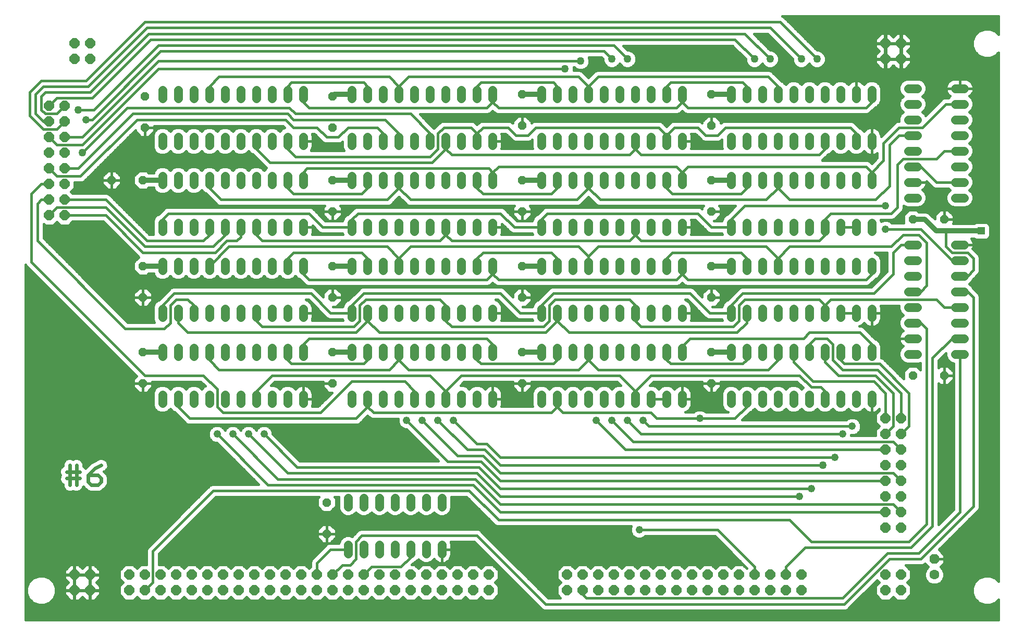
<source format=gtl>
G75*
%MOIN*%
%OFA0B0*%
%FSLAX24Y24*%
%IPPOS*%
%LPD*%
%AMOC8*
5,1,8,0,0,1.08239X$1,22.5*
%
%ADD10C,0.0230*%
%ADD11C,0.0560*%
%ADD12OC8,0.0560*%
%ADD13OC8,0.0640*%
%ADD14OC8,0.0630*%
%ADD15C,0.0630*%
%ADD16C,0.0160*%
%ADD17C,0.0500*%
%ADD18C,0.0480*%
%ADD19C,0.0320*%
%ADD20R,0.0480X0.0480*%
D10*
X003382Y009170D02*
X003382Y010441D01*
X003806Y010441D02*
X003806Y009170D01*
X004017Y009594D02*
X003170Y009594D01*
X003170Y010017D02*
X003806Y010017D01*
X004017Y010017D01*
X004551Y009806D02*
X005187Y009806D01*
X005399Y009594D01*
X005399Y009382D01*
X005187Y009170D01*
X004763Y009170D01*
X004551Y009382D01*
X004551Y009806D01*
X004975Y010229D01*
X005399Y010441D01*
D11*
X009305Y014400D02*
X009305Y014960D01*
X010305Y014960D02*
X010305Y014400D01*
X011305Y014400D02*
X011305Y014960D01*
X012305Y014960D02*
X012305Y014400D01*
X013305Y014400D02*
X013305Y014960D01*
X014305Y014960D02*
X014305Y014400D01*
X015305Y014400D02*
X015305Y014960D01*
X016305Y014960D02*
X016305Y014400D01*
X017305Y014400D02*
X017305Y014960D01*
X018305Y014960D02*
X018305Y014400D01*
X021430Y014400D02*
X021430Y014960D01*
X022430Y014960D02*
X022430Y014400D01*
X023430Y014400D02*
X023430Y014960D01*
X024430Y014960D02*
X024430Y014400D01*
X025430Y014400D02*
X025430Y014960D01*
X026430Y014960D02*
X026430Y014400D01*
X027430Y014400D02*
X027430Y014960D01*
X028430Y014960D02*
X028430Y014400D01*
X029430Y014400D02*
X029430Y014960D01*
X030430Y014960D02*
X030430Y014400D01*
X033555Y014400D02*
X033555Y014960D01*
X034555Y014960D02*
X034555Y014400D01*
X035555Y014400D02*
X035555Y014960D01*
X036555Y014960D02*
X036555Y014400D01*
X037555Y014400D02*
X037555Y014960D01*
X038555Y014960D02*
X038555Y014400D01*
X039555Y014400D02*
X039555Y014960D01*
X040555Y014960D02*
X040555Y014400D01*
X041555Y014400D02*
X041555Y014960D01*
X042555Y014960D02*
X042555Y014400D01*
X045680Y014400D02*
X045680Y014960D01*
X046680Y014960D02*
X046680Y014400D01*
X047680Y014400D02*
X047680Y014960D01*
X048680Y014960D02*
X048680Y014400D01*
X049680Y014400D02*
X049680Y014960D01*
X050680Y014960D02*
X050680Y014400D01*
X051680Y014400D02*
X051680Y014960D01*
X052680Y014960D02*
X052680Y014400D01*
X053680Y014400D02*
X053680Y014960D01*
X054680Y014960D02*
X054680Y014400D01*
X054680Y017400D02*
X054680Y017960D01*
X053680Y017960D02*
X053680Y017400D01*
X052680Y017400D02*
X052680Y017960D01*
X051680Y017960D02*
X051680Y017400D01*
X050680Y017400D02*
X050680Y017960D01*
X049680Y017960D02*
X049680Y017400D01*
X048680Y017400D02*
X048680Y017960D01*
X047680Y017960D02*
X047680Y017400D01*
X046680Y017400D02*
X046680Y017960D01*
X045680Y017960D02*
X045680Y017400D01*
X042555Y017400D02*
X042555Y017960D01*
X041555Y017960D02*
X041555Y017400D01*
X040555Y017400D02*
X040555Y017960D01*
X039555Y017960D02*
X039555Y017400D01*
X038555Y017400D02*
X038555Y017960D01*
X037555Y017960D02*
X037555Y017400D01*
X036555Y017400D02*
X036555Y017960D01*
X035555Y017960D02*
X035555Y017400D01*
X034555Y017400D02*
X034555Y017960D01*
X033555Y017960D02*
X033555Y017400D01*
X030430Y017400D02*
X030430Y017960D01*
X029430Y017960D02*
X029430Y017400D01*
X028430Y017400D02*
X028430Y017960D01*
X027430Y017960D02*
X027430Y017400D01*
X026430Y017400D02*
X026430Y017960D01*
X025430Y017960D02*
X025430Y017400D01*
X024430Y017400D02*
X024430Y017960D01*
X023430Y017960D02*
X023430Y017400D01*
X022430Y017400D02*
X022430Y017960D01*
X021430Y017960D02*
X021430Y017400D01*
X018305Y017400D02*
X018305Y017960D01*
X017305Y017960D02*
X017305Y017400D01*
X016305Y017400D02*
X016305Y017960D01*
X015305Y017960D02*
X015305Y017400D01*
X014305Y017400D02*
X014305Y017960D01*
X013305Y017960D02*
X013305Y017400D01*
X012305Y017400D02*
X012305Y017960D01*
X011305Y017960D02*
X011305Y017400D01*
X010305Y017400D02*
X010305Y017960D01*
X009305Y017960D02*
X009305Y017400D01*
X009305Y019900D02*
X009305Y020460D01*
X010305Y020460D02*
X010305Y019900D01*
X011305Y019900D02*
X011305Y020460D01*
X012305Y020460D02*
X012305Y019900D01*
X013305Y019900D02*
X013305Y020460D01*
X014305Y020460D02*
X014305Y019900D01*
X015305Y019900D02*
X015305Y020460D01*
X016305Y020460D02*
X016305Y019900D01*
X017305Y019900D02*
X017305Y020460D01*
X018305Y020460D02*
X018305Y019900D01*
X021430Y019900D02*
X021430Y020460D01*
X022430Y020460D02*
X022430Y019900D01*
X023430Y019900D02*
X023430Y020460D01*
X024430Y020460D02*
X024430Y019900D01*
X025430Y019900D02*
X025430Y020460D01*
X026430Y020460D02*
X026430Y019900D01*
X027430Y019900D02*
X027430Y020460D01*
X028430Y020460D02*
X028430Y019900D01*
X029430Y019900D02*
X029430Y020460D01*
X030430Y020460D02*
X030430Y019900D01*
X033555Y019900D02*
X033555Y020460D01*
X034555Y020460D02*
X034555Y019900D01*
X035555Y019900D02*
X035555Y020460D01*
X036555Y020460D02*
X036555Y019900D01*
X037555Y019900D02*
X037555Y020460D01*
X038555Y020460D02*
X038555Y019900D01*
X039555Y019900D02*
X039555Y020460D01*
X040555Y020460D02*
X040555Y019900D01*
X041555Y019900D02*
X041555Y020460D01*
X042555Y020460D02*
X042555Y019900D01*
X045680Y019900D02*
X045680Y020460D01*
X046680Y020460D02*
X046680Y019900D01*
X047680Y019900D02*
X047680Y020460D01*
X048680Y020460D02*
X048680Y019900D01*
X049680Y019900D02*
X049680Y020460D01*
X050680Y020460D02*
X050680Y019900D01*
X051680Y019900D02*
X051680Y020460D01*
X052680Y020460D02*
X052680Y019900D01*
X053680Y019900D02*
X053680Y020460D01*
X054680Y020460D02*
X054680Y019900D01*
X057025Y019555D02*
X057585Y019555D01*
X057585Y020555D02*
X057025Y020555D01*
X057025Y021555D02*
X057585Y021555D01*
X057585Y022555D02*
X057025Y022555D01*
X057025Y023555D02*
X057585Y023555D01*
X057585Y024555D02*
X057025Y024555D01*
X054680Y025400D02*
X054680Y025960D01*
X053680Y025960D02*
X053680Y025400D01*
X052680Y025400D02*
X052680Y025960D01*
X051680Y025960D02*
X051680Y025400D01*
X050680Y025400D02*
X050680Y025960D01*
X049680Y025960D02*
X049680Y025400D01*
X048680Y025400D02*
X048680Y025960D01*
X047680Y025960D02*
X047680Y025400D01*
X046680Y025400D02*
X046680Y025960D01*
X045680Y025960D02*
X045680Y025400D01*
X045680Y023460D02*
X045680Y022900D01*
X046680Y022900D02*
X046680Y023460D01*
X047680Y023460D02*
X047680Y022900D01*
X048680Y022900D02*
X048680Y023460D01*
X049680Y023460D02*
X049680Y022900D01*
X050680Y022900D02*
X050680Y023460D01*
X051680Y023460D02*
X051680Y022900D01*
X052680Y022900D02*
X052680Y023460D01*
X053680Y023460D02*
X053680Y022900D01*
X054680Y022900D02*
X054680Y023460D01*
X060025Y023555D02*
X060585Y023555D01*
X060585Y024555D02*
X060025Y024555D01*
X060025Y022555D02*
X060585Y022555D01*
X060585Y021555D02*
X060025Y021555D01*
X060025Y020555D02*
X060585Y020555D01*
X060585Y019555D02*
X060025Y019555D01*
X060025Y018555D02*
X060585Y018555D01*
X060585Y017555D02*
X060025Y017555D01*
X057585Y017555D02*
X057025Y017555D01*
X057025Y018555D02*
X057585Y018555D01*
X057585Y027555D02*
X057025Y027555D01*
X057025Y028555D02*
X057585Y028555D01*
X057585Y029555D02*
X057025Y029555D01*
X057025Y030555D02*
X057585Y030555D01*
X057585Y031555D02*
X057025Y031555D01*
X057025Y032555D02*
X057585Y032555D01*
X057585Y033555D02*
X057025Y033555D01*
X057025Y034555D02*
X057585Y034555D01*
X060025Y034555D02*
X060585Y034555D01*
X060585Y033555D02*
X060025Y033555D01*
X060025Y032555D02*
X060585Y032555D01*
X060585Y031555D02*
X060025Y031555D01*
X060025Y030555D02*
X060585Y030555D01*
X060585Y029555D02*
X060025Y029555D01*
X060025Y028555D02*
X060585Y028555D01*
X060585Y027555D02*
X060025Y027555D01*
X054680Y028400D02*
X054680Y028960D01*
X053680Y028960D02*
X053680Y028400D01*
X052680Y028400D02*
X052680Y028960D01*
X051680Y028960D02*
X051680Y028400D01*
X050680Y028400D02*
X050680Y028960D01*
X049680Y028960D02*
X049680Y028400D01*
X048680Y028400D02*
X048680Y028960D01*
X047680Y028960D02*
X047680Y028400D01*
X046680Y028400D02*
X046680Y028960D01*
X045680Y028960D02*
X045680Y028400D01*
X042555Y028400D02*
X042555Y028960D01*
X041555Y028960D02*
X041555Y028400D01*
X040555Y028400D02*
X040555Y028960D01*
X039555Y028960D02*
X039555Y028400D01*
X038555Y028400D02*
X038555Y028960D01*
X037555Y028960D02*
X037555Y028400D01*
X036555Y028400D02*
X036555Y028960D01*
X035555Y028960D02*
X035555Y028400D01*
X034555Y028400D02*
X034555Y028960D01*
X033555Y028960D02*
X033555Y028400D01*
X030430Y028400D02*
X030430Y028960D01*
X029430Y028960D02*
X029430Y028400D01*
X028430Y028400D02*
X028430Y028960D01*
X027430Y028960D02*
X027430Y028400D01*
X026430Y028400D02*
X026430Y028960D01*
X025430Y028960D02*
X025430Y028400D01*
X024430Y028400D02*
X024430Y028960D01*
X023430Y028960D02*
X023430Y028400D01*
X022430Y028400D02*
X022430Y028960D01*
X021430Y028960D02*
X021430Y028400D01*
X018305Y028400D02*
X018305Y028960D01*
X017305Y028960D02*
X017305Y028400D01*
X016305Y028400D02*
X016305Y028960D01*
X015305Y028960D02*
X015305Y028400D01*
X014305Y028400D02*
X014305Y028960D01*
X013305Y028960D02*
X013305Y028400D01*
X012305Y028400D02*
X012305Y028960D01*
X011305Y028960D02*
X011305Y028400D01*
X010305Y028400D02*
X010305Y028960D01*
X009305Y028960D02*
X009305Y028400D01*
X009305Y025960D02*
X009305Y025400D01*
X010305Y025400D02*
X010305Y025960D01*
X011305Y025960D02*
X011305Y025400D01*
X012305Y025400D02*
X012305Y025960D01*
X013305Y025960D02*
X013305Y025400D01*
X014305Y025400D02*
X014305Y025960D01*
X015305Y025960D02*
X015305Y025400D01*
X016305Y025400D02*
X016305Y025960D01*
X017305Y025960D02*
X017305Y025400D01*
X018305Y025400D02*
X018305Y025960D01*
X021430Y025960D02*
X021430Y025400D01*
X022430Y025400D02*
X022430Y025960D01*
X023430Y025960D02*
X023430Y025400D01*
X024430Y025400D02*
X024430Y025960D01*
X025430Y025960D02*
X025430Y025400D01*
X026430Y025400D02*
X026430Y025960D01*
X027430Y025960D02*
X027430Y025400D01*
X028430Y025400D02*
X028430Y025960D01*
X029430Y025960D02*
X029430Y025400D01*
X030430Y025400D02*
X030430Y025960D01*
X033555Y025960D02*
X033555Y025400D01*
X034555Y025400D02*
X034555Y025960D01*
X035555Y025960D02*
X035555Y025400D01*
X036555Y025400D02*
X036555Y025960D01*
X037555Y025960D02*
X037555Y025400D01*
X038555Y025400D02*
X038555Y025960D01*
X039555Y025960D02*
X039555Y025400D01*
X040555Y025400D02*
X040555Y025960D01*
X041555Y025960D02*
X041555Y025400D01*
X042555Y025400D02*
X042555Y025960D01*
X042555Y023460D02*
X042555Y022900D01*
X041555Y022900D02*
X041555Y023460D01*
X040555Y023460D02*
X040555Y022900D01*
X039555Y022900D02*
X039555Y023460D01*
X038555Y023460D02*
X038555Y022900D01*
X037555Y022900D02*
X037555Y023460D01*
X036555Y023460D02*
X036555Y022900D01*
X035555Y022900D02*
X035555Y023460D01*
X034555Y023460D02*
X034555Y022900D01*
X033555Y022900D02*
X033555Y023460D01*
X030430Y023460D02*
X030430Y022900D01*
X029430Y022900D02*
X029430Y023460D01*
X028430Y023460D02*
X028430Y022900D01*
X027430Y022900D02*
X027430Y023460D01*
X026430Y023460D02*
X026430Y022900D01*
X025430Y022900D02*
X025430Y023460D01*
X024430Y023460D02*
X024430Y022900D01*
X023430Y022900D02*
X023430Y023460D01*
X022430Y023460D02*
X022430Y022900D01*
X021430Y022900D02*
X021430Y023460D01*
X018305Y023460D02*
X018305Y022900D01*
X017305Y022900D02*
X017305Y023460D01*
X016305Y023460D02*
X016305Y022900D01*
X015305Y022900D02*
X015305Y023460D01*
X014305Y023460D02*
X014305Y022900D01*
X013305Y022900D02*
X013305Y023460D01*
X012305Y023460D02*
X012305Y022900D01*
X011305Y022900D02*
X011305Y023460D01*
X010305Y023460D02*
X010305Y022900D01*
X009305Y022900D02*
X009305Y023460D01*
X009305Y030900D02*
X009305Y031460D01*
X010305Y031460D02*
X010305Y030900D01*
X011305Y030900D02*
X011305Y031460D01*
X012305Y031460D02*
X012305Y030900D01*
X013305Y030900D02*
X013305Y031460D01*
X014305Y031460D02*
X014305Y030900D01*
X015305Y030900D02*
X015305Y031460D01*
X016305Y031460D02*
X016305Y030900D01*
X017305Y030900D02*
X017305Y031460D01*
X018305Y031460D02*
X018305Y030900D01*
X021430Y030900D02*
X021430Y031460D01*
X022430Y031460D02*
X022430Y030900D01*
X023430Y030900D02*
X023430Y031460D01*
X024430Y031460D02*
X024430Y030900D01*
X025430Y030900D02*
X025430Y031460D01*
X026430Y031460D02*
X026430Y030900D01*
X027430Y030900D02*
X027430Y031460D01*
X028430Y031460D02*
X028430Y030900D01*
X029430Y030900D02*
X029430Y031460D01*
X030430Y031460D02*
X030430Y030900D01*
X033555Y030900D02*
X033555Y031460D01*
X034555Y031460D02*
X034555Y030900D01*
X035555Y030900D02*
X035555Y031460D01*
X036555Y031460D02*
X036555Y030900D01*
X037555Y030900D02*
X037555Y031460D01*
X038555Y031460D02*
X038555Y030900D01*
X039555Y030900D02*
X039555Y031460D01*
X040555Y031460D02*
X040555Y030900D01*
X041555Y030900D02*
X041555Y031460D01*
X042555Y031460D02*
X042555Y030900D01*
X045680Y030900D02*
X045680Y031460D01*
X046680Y031460D02*
X046680Y030900D01*
X047680Y030900D02*
X047680Y031460D01*
X048680Y031460D02*
X048680Y030900D01*
X049680Y030900D02*
X049680Y031460D01*
X050680Y031460D02*
X050680Y030900D01*
X051680Y030900D02*
X051680Y031460D01*
X052680Y031460D02*
X052680Y030900D01*
X053680Y030900D02*
X053680Y031460D01*
X054680Y031460D02*
X054680Y030900D01*
X054680Y033900D02*
X054680Y034460D01*
X053680Y034460D02*
X053680Y033900D01*
X052680Y033900D02*
X052680Y034460D01*
X051680Y034460D02*
X051680Y033900D01*
X050680Y033900D02*
X050680Y034460D01*
X049680Y034460D02*
X049680Y033900D01*
X048680Y033900D02*
X048680Y034460D01*
X047680Y034460D02*
X047680Y033900D01*
X046680Y033900D02*
X046680Y034460D01*
X045680Y034460D02*
X045680Y033900D01*
X042555Y033900D02*
X042555Y034460D01*
X041555Y034460D02*
X041555Y033900D01*
X040555Y033900D02*
X040555Y034460D01*
X039555Y034460D02*
X039555Y033900D01*
X038555Y033900D02*
X038555Y034460D01*
X037555Y034460D02*
X037555Y033900D01*
X036555Y033900D02*
X036555Y034460D01*
X035555Y034460D02*
X035555Y033900D01*
X034555Y033900D02*
X034555Y034460D01*
X033555Y034460D02*
X033555Y033900D01*
X030430Y033900D02*
X030430Y034460D01*
X029430Y034460D02*
X029430Y033900D01*
X028430Y033900D02*
X028430Y034460D01*
X027430Y034460D02*
X027430Y033900D01*
X026430Y033900D02*
X026430Y034460D01*
X025430Y034460D02*
X025430Y033900D01*
X024430Y033900D02*
X024430Y034460D01*
X023430Y034460D02*
X023430Y033900D01*
X022430Y033900D02*
X022430Y034460D01*
X021430Y034460D02*
X021430Y033900D01*
X018305Y033900D02*
X018305Y034460D01*
X017305Y034460D02*
X017305Y033900D01*
X016305Y033900D02*
X016305Y034460D01*
X015305Y034460D02*
X015305Y033900D01*
X014305Y033900D02*
X014305Y034460D01*
X013305Y034460D02*
X013305Y033900D01*
X012305Y033900D02*
X012305Y034460D01*
X011305Y034460D02*
X011305Y033900D01*
X010305Y033900D02*
X010305Y034460D01*
X009305Y034460D02*
X009305Y033900D01*
X021180Y008335D02*
X021180Y007775D01*
X022180Y007775D02*
X022180Y008335D01*
X023180Y008335D02*
X023180Y007775D01*
X024180Y007775D02*
X024180Y008335D01*
X025180Y008335D02*
X025180Y007775D01*
X026180Y007775D02*
X026180Y008335D01*
X027180Y008335D02*
X027180Y007775D01*
X027180Y005335D02*
X027180Y004775D01*
X026180Y004775D02*
X026180Y005335D01*
X025180Y005335D02*
X025180Y004775D01*
X024180Y004775D02*
X024180Y005335D01*
X023180Y005335D02*
X023180Y004775D01*
X022180Y004775D02*
X022180Y005335D01*
X021180Y005335D02*
X021180Y004775D01*
D12*
X019805Y006055D03*
X019805Y008055D03*
X020180Y015680D03*
X020180Y017680D03*
X020180Y021180D03*
X020180Y023180D03*
X020180Y026680D03*
X020180Y028680D03*
X020180Y032055D03*
X020180Y034055D03*
X008180Y034055D03*
X008180Y032055D03*
X008055Y028680D03*
X006055Y028680D03*
X008055Y023180D03*
X008055Y021180D03*
X008055Y017680D03*
X008055Y015680D03*
X032305Y015680D03*
X032305Y017680D03*
X032305Y021180D03*
X032305Y023180D03*
X032305Y026680D03*
X032305Y028680D03*
X032305Y032180D03*
X032305Y034180D03*
X044430Y034180D03*
X044430Y032180D03*
X044430Y028680D03*
X044430Y026680D03*
X044430Y023180D03*
X044430Y021180D03*
X044430Y017680D03*
X044430Y015680D03*
X057305Y016180D03*
X059305Y016180D03*
X059305Y026180D03*
X057305Y026180D03*
D13*
X056555Y036430D03*
X055555Y036430D03*
X055555Y037430D03*
X056555Y037430D03*
X056555Y013430D03*
X056555Y012430D03*
X055555Y012430D03*
X055555Y013430D03*
X055555Y011430D03*
X055555Y010430D03*
X056555Y010430D03*
X056555Y011430D03*
X056555Y009430D03*
X056555Y008430D03*
X055555Y008430D03*
X055555Y009430D03*
X055555Y007430D03*
X055555Y006430D03*
X056555Y006430D03*
X056555Y007430D03*
X056555Y003430D03*
X056555Y002430D03*
X055555Y002430D03*
X055555Y003430D03*
X050180Y003430D03*
X050180Y002430D03*
X049180Y002430D03*
X048180Y002430D03*
X048180Y003430D03*
X049180Y003430D03*
X047180Y003430D03*
X047180Y002430D03*
X046180Y002430D03*
X045180Y002430D03*
X045180Y003430D03*
X046180Y003430D03*
X044180Y003430D03*
X043180Y003430D03*
X043180Y002430D03*
X044180Y002430D03*
X042180Y002430D03*
X042180Y003430D03*
X041180Y003430D03*
X040180Y003430D03*
X040180Y002430D03*
X041180Y002430D03*
X039180Y002430D03*
X038180Y002430D03*
X038180Y003430D03*
X039180Y003430D03*
X037180Y003430D03*
X036180Y003430D03*
X036180Y002430D03*
X037180Y002430D03*
X035180Y002430D03*
X035180Y003430D03*
X030180Y003430D03*
X029180Y003430D03*
X029180Y002430D03*
X030180Y002430D03*
X028180Y002430D03*
X028180Y003430D03*
X027180Y003430D03*
X026180Y003430D03*
X026180Y002430D03*
X027180Y002430D03*
X025180Y002430D03*
X024180Y002430D03*
X024180Y003430D03*
X025180Y003430D03*
X023180Y003430D03*
X022180Y003430D03*
X022180Y002430D03*
X023180Y002430D03*
X021180Y002430D03*
X021180Y003430D03*
X020180Y003430D03*
X019180Y003430D03*
X019180Y002430D03*
X020180Y002430D03*
X018180Y002430D03*
X017180Y002430D03*
X017180Y003430D03*
X018180Y003430D03*
X016180Y003430D03*
X016180Y002430D03*
X015180Y002430D03*
X014180Y002430D03*
X014180Y003430D03*
X015180Y003430D03*
X013180Y003430D03*
X012180Y003430D03*
X012180Y002430D03*
X013180Y002430D03*
X011180Y002430D03*
X010180Y002430D03*
X010180Y003430D03*
X011180Y003430D03*
X009180Y003430D03*
X009180Y002430D03*
X008180Y002430D03*
X007180Y002430D03*
X007180Y003430D03*
X008180Y003430D03*
X004680Y003430D03*
X004680Y002430D03*
X003680Y002430D03*
X003680Y003430D03*
X003055Y026430D03*
X002055Y026430D03*
X002055Y027430D03*
X003055Y027430D03*
X003055Y028430D03*
X002055Y028430D03*
X002055Y029430D03*
X003055Y029430D03*
X003055Y030430D03*
X002055Y030430D03*
X002055Y031430D03*
X003055Y031430D03*
X003055Y032430D03*
X002055Y032430D03*
X002055Y033430D03*
X003055Y033430D03*
X003680Y036430D03*
X004680Y036430D03*
X004680Y037430D03*
X003680Y037430D03*
D14*
X058680Y004430D03*
D15*
X058680Y003430D03*
D16*
X000560Y000560D02*
X000560Y023278D01*
X000591Y023203D01*
X007660Y016134D01*
X007455Y015929D01*
X007455Y015680D01*
X008055Y015680D01*
X008655Y015680D01*
X008655Y015780D01*
X011764Y015780D01*
X012043Y015501D01*
X011965Y015469D01*
X011805Y015309D01*
X011645Y015469D01*
X011424Y015560D01*
X011186Y015560D01*
X010965Y015469D01*
X010805Y015309D01*
X010645Y015469D01*
X010424Y015560D01*
X010186Y015560D01*
X009965Y015469D01*
X009805Y015309D01*
X009645Y015469D01*
X009424Y015560D01*
X009186Y015560D01*
X008965Y015469D01*
X008796Y015300D01*
X008705Y015079D01*
X000560Y015079D01*
X000560Y014921D02*
X008705Y014921D01*
X008705Y015079D02*
X008705Y014281D01*
X008796Y014060D01*
X008965Y013891D01*
X009186Y013800D01*
X009424Y013800D01*
X009645Y013891D01*
X009805Y014051D01*
X009965Y013891D01*
X010072Y013847D01*
X010716Y013203D01*
X010828Y013091D01*
X010975Y013030D01*
X021760Y013030D01*
X021907Y013091D01*
X022430Y013614D01*
X022578Y013466D01*
X022725Y013405D01*
X024370Y013405D01*
X024370Y013194D01*
X024455Y012988D01*
X024613Y012830D01*
X024819Y012745D01*
X024924Y012745D01*
X026964Y010705D01*
X018096Y010705D01*
X016365Y012436D01*
X016365Y012541D01*
X016280Y012747D01*
X016122Y012905D01*
X015916Y012990D01*
X015694Y012990D01*
X015488Y012905D01*
X015330Y012747D01*
X015305Y012686D01*
X015280Y012747D01*
X015122Y012905D01*
X014916Y012990D01*
X014694Y012990D01*
X014488Y012905D01*
X014330Y012747D01*
X014305Y012686D01*
X014280Y012747D01*
X014122Y012905D01*
X013916Y012990D01*
X013694Y012990D01*
X013488Y012905D01*
X013330Y012747D01*
X013305Y012686D01*
X013280Y012747D01*
X013122Y012905D01*
X012916Y012990D01*
X012694Y012990D01*
X012488Y012905D01*
X012330Y012747D01*
X012245Y012541D01*
X012245Y012319D01*
X012330Y012113D01*
X012488Y011955D01*
X012694Y011870D01*
X012799Y011870D01*
X015464Y009205D01*
X012475Y009205D01*
X012328Y009144D01*
X012216Y009032D01*
X008341Y005157D01*
X008280Y005010D01*
X008280Y004070D01*
X007915Y004070D01*
X007680Y003835D01*
X007445Y004070D01*
X006915Y004070D01*
X006540Y003695D01*
X006540Y003165D01*
X006775Y002930D01*
X006540Y002695D01*
X006540Y002165D01*
X006915Y001790D01*
X007445Y001790D01*
X007680Y002025D01*
X007915Y001790D01*
X008445Y001790D01*
X008680Y002025D01*
X008915Y001790D01*
X009445Y001790D01*
X009680Y002025D01*
X009915Y001790D01*
X010445Y001790D01*
X010680Y002025D01*
X010915Y001790D01*
X011445Y001790D01*
X011680Y002025D01*
X011915Y001790D01*
X012445Y001790D01*
X012680Y002025D01*
X012915Y001790D01*
X013445Y001790D01*
X013680Y002025D01*
X013915Y001790D01*
X014445Y001790D01*
X014680Y002025D01*
X014915Y001790D01*
X015445Y001790D01*
X015680Y002025D01*
X015915Y001790D01*
X016445Y001790D01*
X016680Y002025D01*
X016915Y001790D01*
X017445Y001790D01*
X017680Y002025D01*
X017915Y001790D01*
X018445Y001790D01*
X018680Y002025D01*
X018915Y001790D01*
X019445Y001790D01*
X019680Y002025D01*
X019915Y001790D01*
X020445Y001790D01*
X020680Y002025D01*
X020915Y001790D01*
X021445Y001790D01*
X021680Y002025D01*
X021915Y001790D01*
X022445Y001790D01*
X022680Y002025D01*
X022915Y001790D01*
X023445Y001790D01*
X023680Y002025D01*
X023915Y001790D01*
X024445Y001790D01*
X024680Y002025D01*
X024915Y001790D01*
X025445Y001790D01*
X025680Y002025D01*
X025915Y001790D01*
X026445Y001790D01*
X026680Y002025D01*
X026915Y001790D01*
X027445Y001790D01*
X027680Y002025D01*
X027915Y001790D01*
X028445Y001790D01*
X028680Y002025D01*
X028915Y001790D01*
X029445Y001790D01*
X029680Y002025D01*
X029915Y001790D01*
X030445Y001790D01*
X030820Y002165D01*
X030820Y002695D01*
X030585Y002930D01*
X030820Y003165D01*
X030820Y003695D01*
X030445Y004070D01*
X029915Y004070D01*
X029680Y003835D01*
X029445Y004070D01*
X028915Y004070D01*
X028680Y003835D01*
X028445Y004070D01*
X027915Y004070D01*
X027680Y003835D01*
X027445Y004070D01*
X026915Y004070D01*
X026680Y003835D01*
X026445Y004070D01*
X025915Y004070D01*
X025680Y003835D01*
X025445Y004070D01*
X025261Y004070D01*
X025407Y004216D01*
X025413Y004222D01*
X025520Y004266D01*
X025680Y004426D01*
X025840Y004266D01*
X026061Y004175D01*
X026299Y004175D01*
X026520Y004266D01*
X026687Y004433D01*
X026722Y004384D01*
X026789Y004317D01*
X026866Y004262D01*
X026950Y004219D01*
X027039Y004190D01*
X027133Y004175D01*
X027180Y004175D01*
X027227Y004175D01*
X027320Y004190D01*
X027410Y004219D01*
X027494Y004262D01*
X027571Y004317D01*
X027638Y004384D01*
X027693Y004461D01*
X027736Y004545D01*
X027765Y004634D01*
X027780Y004728D01*
X027780Y005055D01*
X027780Y005382D01*
X027765Y005475D01*
X027748Y005530D01*
X029264Y005530D01*
X033466Y001328D01*
X033578Y001216D01*
X033725Y001155D01*
X053010Y001155D01*
X053157Y001216D01*
X053269Y001328D01*
X055010Y003070D01*
X055150Y002930D01*
X054915Y002695D01*
X054915Y002165D01*
X055290Y001790D01*
X055820Y001790D01*
X056055Y002025D01*
X056290Y001790D01*
X056820Y001790D01*
X057195Y002165D01*
X057195Y002695D01*
X056960Y002930D01*
X057195Y003165D01*
X057195Y003695D01*
X056860Y004030D01*
X057885Y004030D01*
X058032Y004091D01*
X058076Y004136D01*
X058282Y003930D01*
X058142Y003790D01*
X058045Y003556D01*
X058045Y003304D01*
X058142Y003070D01*
X058320Y002892D01*
X058554Y002795D01*
X058806Y002795D01*
X059040Y002892D01*
X059218Y003070D01*
X059315Y003304D01*
X059315Y003556D01*
X059218Y003790D01*
X059078Y003930D01*
X059315Y004167D01*
X059315Y004430D01*
X059315Y004693D01*
X058974Y005034D01*
X061519Y007578D01*
X061580Y007725D01*
X061580Y021260D01*
X061519Y021407D01*
X061407Y021519D01*
X061138Y021788D01*
X061094Y021895D01*
X060934Y022055D01*
X061094Y022215D01*
X061138Y022322D01*
X061519Y022703D01*
X061580Y022850D01*
X061580Y023760D01*
X061519Y023907D01*
X061144Y024282D01*
X061128Y024298D01*
X061141Y024325D01*
X061170Y024414D01*
X061185Y024508D01*
X061185Y024555D01*
X061185Y024602D01*
X061170Y024695D01*
X061141Y024785D01*
X061098Y024869D01*
X061043Y024946D01*
X061039Y024950D01*
X061227Y024950D01*
X061259Y024919D01*
X061376Y024870D01*
X061984Y024870D01*
X062101Y024919D01*
X062191Y025009D01*
X062240Y025126D01*
X062240Y025734D01*
X062191Y025851D01*
X062101Y025941D01*
X061984Y025990D01*
X061376Y025990D01*
X061259Y025941D01*
X061227Y025910D01*
X059884Y025910D01*
X059905Y025931D01*
X059905Y026180D01*
X059905Y026429D01*
X059554Y026780D01*
X059305Y026780D01*
X059305Y026180D01*
X059305Y026180D01*
X059905Y026180D01*
X059305Y026180D01*
X059305Y026180D01*
X059305Y026780D01*
X059056Y026780D01*
X058705Y026429D01*
X058705Y026209D01*
X058462Y026452D01*
X058327Y026587D01*
X058150Y026660D01*
X057674Y026660D01*
X057554Y026780D01*
X057056Y026780D01*
X056705Y026429D01*
X056705Y025955D01*
X055947Y025955D01*
X055872Y026030D01*
X055666Y026115D01*
X055444Y026115D01*
X055274Y026045D01*
X055265Y026100D01*
X055248Y026155D01*
X056010Y026155D01*
X056157Y026216D01*
X056532Y026591D01*
X056644Y026703D01*
X056705Y026850D01*
X056705Y027038D01*
X056906Y026955D01*
X057704Y026955D01*
X057925Y027046D01*
X058094Y027215D01*
X058185Y027436D01*
X058185Y027674D01*
X058094Y027895D01*
X057927Y028062D01*
X057976Y028097D01*
X058043Y028164D01*
X058098Y028241D01*
X058141Y028325D01*
X058170Y028414D01*
X058185Y028508D01*
X058185Y028555D01*
X058185Y028602D01*
X058184Y028611D01*
X058578Y028216D01*
X058725Y028155D01*
X059576Y028155D01*
X059676Y028055D01*
X059516Y027895D01*
X059425Y027674D01*
X059425Y027436D01*
X059516Y027215D01*
X059685Y027046D01*
X059906Y026955D01*
X060704Y026955D01*
X060925Y027046D01*
X061094Y027215D01*
X061185Y027436D01*
X061185Y027674D01*
X061094Y027895D01*
X060934Y028055D01*
X061094Y028215D01*
X061185Y028436D01*
X061185Y028674D01*
X061094Y028895D01*
X060934Y029055D01*
X061094Y029215D01*
X061185Y029436D01*
X061185Y029674D01*
X061094Y029895D01*
X060934Y030055D01*
X061094Y030215D01*
X061185Y030436D01*
X061185Y030674D01*
X061094Y030895D01*
X060934Y031055D01*
X061094Y031215D01*
X061185Y031436D01*
X061185Y031674D01*
X061094Y031895D01*
X060934Y032055D01*
X061094Y032215D01*
X061185Y032436D01*
X061185Y032674D01*
X061094Y032895D01*
X060934Y033055D01*
X061094Y033215D01*
X061185Y033436D01*
X061185Y033674D01*
X061094Y033895D01*
X060927Y034062D01*
X060976Y034097D01*
X061043Y034164D01*
X061098Y034241D01*
X061141Y034325D01*
X061170Y034414D01*
X061185Y034508D01*
X061185Y034555D01*
X061185Y034602D01*
X061170Y034695D01*
X061141Y034785D01*
X061098Y034869D01*
X061043Y034946D01*
X060976Y035013D01*
X060899Y035068D01*
X060815Y035111D01*
X060725Y035140D01*
X060632Y035155D01*
X060305Y035155D01*
X060305Y034555D01*
X060305Y034555D01*
X061185Y034555D01*
X060305Y034555D01*
X060305Y034555D01*
X060305Y034555D01*
X059425Y034555D01*
X059425Y034602D01*
X059440Y034695D01*
X059469Y034785D01*
X059512Y034869D01*
X059567Y034946D01*
X059634Y035013D01*
X059711Y035068D01*
X059795Y035111D01*
X059884Y035140D01*
X059978Y035155D01*
X060305Y035155D01*
X060305Y034555D01*
X059425Y034555D01*
X059425Y034508D01*
X059440Y034414D01*
X059469Y034325D01*
X059512Y034241D01*
X059567Y034164D01*
X059634Y034097D01*
X059683Y034062D01*
X059576Y033955D01*
X059350Y033955D01*
X059203Y033894D01*
X059091Y033782D01*
X058140Y033782D01*
X058185Y033674D02*
X058094Y033895D01*
X057934Y034055D01*
X058094Y034215D01*
X058185Y034436D01*
X058185Y034674D01*
X058094Y034895D01*
X057925Y035064D01*
X057704Y035155D01*
X056906Y035155D01*
X056685Y035064D01*
X056516Y034895D01*
X056425Y034674D01*
X056425Y034436D01*
X056516Y034215D01*
X056676Y034055D01*
X056516Y033895D01*
X056425Y033674D01*
X056425Y033436D01*
X056516Y033215D01*
X056676Y033055D01*
X056516Y032895D01*
X056425Y032674D01*
X056425Y032455D01*
X056350Y032455D01*
X056203Y032394D01*
X056091Y032282D01*
X055280Y031471D01*
X055280Y031507D01*
X055265Y031600D01*
X055236Y031690D01*
X055193Y031774D01*
X055138Y031851D01*
X055071Y031918D01*
X054994Y031973D01*
X054910Y032016D01*
X054820Y032045D01*
X054727Y032060D01*
X054680Y032060D01*
X054680Y031180D01*
X054680Y031180D01*
X054680Y032060D01*
X054633Y032060D01*
X054539Y032045D01*
X054450Y032016D01*
X054366Y031973D01*
X054289Y031918D01*
X054222Y031851D01*
X054187Y031802D01*
X054020Y031969D01*
X053913Y032013D01*
X053907Y032019D01*
X053532Y032394D01*
X053385Y032455D01*
X045225Y032455D01*
X045078Y032394D01*
X045030Y032346D01*
X045030Y032429D01*
X044679Y032780D01*
X044430Y032780D01*
X044430Y032180D01*
X044430Y032180D01*
X044430Y032780D01*
X044181Y032780D01*
X043830Y032429D01*
X043830Y032346D01*
X043782Y032394D01*
X043635Y032455D01*
X041975Y032455D01*
X041828Y032394D01*
X041716Y032282D01*
X041555Y032121D01*
X041282Y032394D01*
X041135Y032455D01*
X033100Y032455D01*
X032953Y032394D01*
X032905Y032346D01*
X032905Y032429D01*
X032554Y032780D01*
X032305Y032780D01*
X032305Y032180D01*
X032305Y032180D01*
X032305Y032780D01*
X032056Y032780D01*
X031705Y032429D01*
X031705Y032346D01*
X031657Y032394D01*
X031510Y032455D01*
X029725Y032455D01*
X029578Y032394D01*
X029466Y032282D01*
X029430Y032246D01*
X029282Y032394D01*
X029135Y032455D01*
X027225Y032455D01*
X027078Y032394D01*
X026966Y032282D01*
X026687Y032003D01*
X026663Y032013D01*
X026657Y032019D01*
X025771Y032905D01*
X030135Y032905D01*
X030282Y032966D01*
X030430Y033114D01*
X030466Y033078D01*
X030578Y032966D01*
X030725Y032905D01*
X042260Y032905D01*
X042407Y032966D01*
X042555Y033114D01*
X042591Y033078D01*
X042703Y032966D01*
X042850Y032905D01*
X054385Y032905D01*
X054532Y032966D01*
X054907Y033341D01*
X054913Y033347D01*
X055020Y033391D01*
X055189Y033560D01*
X055280Y033781D01*
X055280Y034579D01*
X055189Y034800D01*
X055020Y034969D01*
X054799Y035060D01*
X054561Y035060D01*
X054340Y034969D01*
X054173Y034802D01*
X054138Y034851D01*
X054071Y034918D01*
X053994Y034973D01*
X053910Y035016D01*
X053820Y035045D01*
X053727Y035060D01*
X053680Y035060D01*
X053680Y034180D01*
X053680Y034180D01*
X053680Y035060D01*
X053633Y035060D01*
X053539Y035045D01*
X053450Y035016D01*
X053366Y034973D01*
X053289Y034918D01*
X053222Y034851D01*
X053187Y034802D01*
X053020Y034969D01*
X052799Y035060D01*
X052561Y035060D01*
X052340Y034969D01*
X052180Y034809D01*
X052020Y034969D01*
X051799Y035060D01*
X051561Y035060D01*
X051340Y034969D01*
X051180Y034809D01*
X051020Y034969D01*
X050799Y035060D01*
X050561Y035060D01*
X050340Y034969D01*
X050180Y034809D01*
X050020Y034969D01*
X049799Y035060D01*
X049561Y035060D01*
X049340Y034969D01*
X049180Y034809D01*
X049020Y034969D01*
X048913Y035013D01*
X048282Y035644D01*
X048135Y035705D01*
X037100Y035705D01*
X036953Y035644D01*
X036841Y035532D01*
X036555Y035246D01*
X036157Y035644D01*
X036010Y035705D01*
X035625Y035705D01*
X035625Y035905D01*
X035649Y035905D01*
X035732Y035822D01*
X035942Y035735D01*
X036168Y035735D01*
X036378Y035822D01*
X036538Y035982D01*
X036625Y036192D01*
X036625Y036418D01*
X036579Y036530D01*
X037389Y036530D01*
X037485Y036434D01*
X037485Y036317D01*
X037572Y036107D01*
X037732Y035947D01*
X037942Y035860D01*
X038168Y035860D01*
X038378Y035947D01*
X038538Y036107D01*
X038555Y036148D01*
X038572Y036107D01*
X038732Y035947D01*
X038942Y035860D01*
X039168Y035860D01*
X039378Y035947D01*
X039538Y036107D01*
X039625Y036317D01*
X039625Y036543D01*
X039538Y036753D01*
X039378Y036913D01*
X039168Y037000D01*
X039051Y037000D01*
X038771Y037280D01*
X045764Y037280D01*
X046610Y036434D01*
X046610Y036317D01*
X046697Y036107D01*
X046857Y035947D01*
X047067Y035860D01*
X047293Y035860D01*
X047503Y035947D01*
X047663Y036107D01*
X047680Y036148D01*
X047697Y036107D01*
X047857Y035947D01*
X048067Y035860D01*
X048293Y035860D01*
X048503Y035947D01*
X048663Y036107D01*
X048750Y036317D01*
X048750Y036543D01*
X048663Y036753D01*
X048503Y036913D01*
X048293Y037000D01*
X048176Y037000D01*
X047146Y038030D01*
X048014Y038030D01*
X049610Y036434D01*
X049610Y036317D01*
X049697Y036107D01*
X049857Y035947D01*
X050067Y035860D01*
X050293Y035860D01*
X050503Y035947D01*
X050663Y036107D01*
X050680Y036148D01*
X050697Y036107D01*
X050857Y035947D01*
X051067Y035860D01*
X051293Y035860D01*
X051503Y035947D01*
X051663Y036107D01*
X051750Y036317D01*
X051750Y036543D01*
X051663Y036753D01*
X051503Y036913D01*
X051293Y037000D01*
X051176Y037000D01*
X049144Y039032D01*
X049032Y039144D01*
X048969Y039170D01*
X062792Y039170D01*
X062792Y038008D01*
X062582Y038218D01*
X062240Y038360D01*
X061870Y038360D01*
X061528Y038218D01*
X061267Y037957D01*
X061125Y037615D01*
X061125Y037245D01*
X061267Y036903D01*
X061528Y036642D01*
X061870Y036500D01*
X062240Y036500D01*
X062582Y036642D01*
X062792Y036852D01*
X062792Y003008D01*
X062582Y003218D01*
X062240Y003360D01*
X061870Y003360D01*
X061528Y003218D01*
X061267Y002957D01*
X061125Y002615D01*
X061125Y002245D01*
X061267Y001903D01*
X061528Y001642D01*
X061870Y001500D01*
X062240Y001500D01*
X062582Y001642D01*
X062792Y001852D01*
X062792Y000560D01*
X000560Y000560D01*
X000560Y000656D02*
X062792Y000656D01*
X062792Y000814D02*
X000560Y000814D01*
X000560Y000973D02*
X062792Y000973D01*
X062792Y001131D02*
X000560Y001131D01*
X000560Y001290D02*
X033505Y001290D01*
X033466Y001328D02*
X033466Y001328D01*
X033346Y001448D02*
X000560Y001448D01*
X000560Y001607D02*
X001113Y001607D01*
X001028Y001642D02*
X001370Y001500D01*
X001740Y001500D01*
X002082Y001642D01*
X002343Y001903D01*
X002485Y002245D01*
X002485Y002615D01*
X002343Y002957D01*
X002082Y003218D01*
X001740Y003360D01*
X001370Y003360D01*
X001028Y003218D01*
X000767Y002957D01*
X000625Y002615D01*
X000625Y002245D01*
X000767Y001903D01*
X001028Y001642D01*
X000905Y001765D02*
X000560Y001765D01*
X000560Y001924D02*
X000758Y001924D01*
X000693Y002082D02*
X000560Y002082D01*
X000560Y002241D02*
X000627Y002241D01*
X000625Y002399D02*
X000560Y002399D01*
X000560Y002558D02*
X000625Y002558D01*
X000667Y002716D02*
X000560Y002716D01*
X000560Y002875D02*
X000732Y002875D01*
X000843Y003033D02*
X000560Y003033D01*
X000560Y003192D02*
X001001Y003192D01*
X001346Y003350D02*
X000560Y003350D01*
X000560Y003509D02*
X003040Y003509D01*
X003040Y003450D02*
X003660Y003450D01*
X003660Y004070D01*
X003415Y004070D01*
X003040Y003695D01*
X003040Y003450D01*
X003040Y003410D02*
X003040Y003165D01*
X003275Y002930D01*
X003040Y002695D01*
X003040Y002450D01*
X003660Y002450D01*
X003660Y003410D01*
X003040Y003410D01*
X003040Y003350D02*
X001764Y003350D01*
X002109Y003192D02*
X003040Y003192D01*
X003172Y003033D02*
X002267Y003033D01*
X002378Y002875D02*
X003219Y002875D01*
X003061Y002716D02*
X002443Y002716D01*
X002485Y002558D02*
X003040Y002558D01*
X003040Y002410D02*
X003040Y002165D01*
X003415Y001790D01*
X003660Y001790D01*
X003660Y002410D01*
X003700Y002410D01*
X003700Y002450D01*
X003660Y002450D01*
X003660Y002410D01*
X003040Y002410D01*
X003040Y002399D02*
X002485Y002399D01*
X002483Y002241D02*
X003040Y002241D01*
X003123Y002082D02*
X002417Y002082D01*
X002352Y001924D02*
X003281Y001924D01*
X003660Y001924D02*
X003700Y001924D01*
X003700Y001790D02*
X003945Y001790D01*
X004180Y002025D01*
X004415Y001790D01*
X004660Y001790D01*
X004660Y002410D01*
X004700Y002410D01*
X004700Y002450D01*
X005320Y002450D01*
X005320Y002695D01*
X005085Y002930D01*
X005320Y003165D01*
X005320Y003410D01*
X004700Y003410D01*
X004700Y003450D01*
X005320Y003450D01*
X005320Y003695D01*
X004945Y004070D01*
X004700Y004070D01*
X004700Y003450D01*
X004660Y003450D01*
X004660Y004070D01*
X004415Y004070D01*
X004180Y003835D01*
X003945Y004070D01*
X003700Y004070D01*
X003700Y003450D01*
X003660Y003450D01*
X003660Y003410D01*
X003700Y003410D01*
X003700Y003450D01*
X004660Y003450D01*
X004660Y003410D01*
X004040Y003410D01*
X003700Y003410D01*
X003700Y002790D01*
X003700Y002450D01*
X004660Y002450D01*
X004660Y003410D01*
X004700Y003410D01*
X004700Y002790D01*
X004700Y002450D01*
X004660Y002450D01*
X004660Y002410D01*
X004320Y002410D01*
X003700Y002410D01*
X003700Y001790D01*
X003700Y002082D02*
X003660Y002082D01*
X003660Y002241D02*
X003700Y002241D01*
X003700Y002399D02*
X003660Y002399D01*
X003660Y002558D02*
X003700Y002558D01*
X003700Y002716D02*
X003660Y002716D01*
X003660Y002875D02*
X003700Y002875D01*
X003700Y003033D02*
X003660Y003033D01*
X003660Y003192D02*
X003700Y003192D01*
X003700Y003350D02*
X003660Y003350D01*
X003660Y003509D02*
X003700Y003509D01*
X003700Y003667D02*
X003660Y003667D01*
X003660Y003826D02*
X003700Y003826D01*
X003700Y003984D02*
X003660Y003984D01*
X003329Y003984D02*
X000560Y003984D01*
X000560Y003826D02*
X003170Y003826D01*
X003040Y003667D02*
X000560Y003667D01*
X000560Y004143D02*
X008280Y004143D01*
X008280Y004301D02*
X000560Y004301D01*
X000560Y004460D02*
X008280Y004460D01*
X008280Y004618D02*
X000560Y004618D01*
X000560Y004777D02*
X008280Y004777D01*
X008280Y004935D02*
X000560Y004935D01*
X000560Y005094D02*
X008315Y005094D01*
X008436Y005252D02*
X000560Y005252D01*
X000560Y005411D02*
X008595Y005411D01*
X008753Y005569D02*
X000560Y005569D01*
X000560Y005728D02*
X008912Y005728D01*
X009070Y005886D02*
X000560Y005886D01*
X000560Y006045D02*
X009229Y006045D01*
X009387Y006203D02*
X000560Y006203D01*
X000560Y006362D02*
X009546Y006362D01*
X009704Y006520D02*
X000560Y006520D01*
X000560Y006679D02*
X009863Y006679D01*
X010021Y006837D02*
X000560Y006837D01*
X000560Y006996D02*
X010180Y006996D01*
X010338Y007154D02*
X000560Y007154D01*
X000560Y007313D02*
X010497Y007313D01*
X010655Y007471D02*
X000560Y007471D01*
X000560Y007630D02*
X010814Y007630D01*
X010972Y007788D02*
X000560Y007788D01*
X000560Y007947D02*
X011131Y007947D01*
X011289Y008105D02*
X000560Y008105D01*
X000560Y008264D02*
X011448Y008264D01*
X011606Y008422D02*
X000560Y008422D01*
X000560Y008581D02*
X011765Y008581D01*
X011923Y008739D02*
X005283Y008739D01*
X005273Y008735D02*
X005433Y008801D01*
X005555Y008924D01*
X005645Y009013D01*
X005767Y009135D01*
X005815Y009250D01*
X005834Y009295D01*
X005834Y009680D01*
X005767Y009840D01*
X005568Y010039D01*
X005670Y010091D01*
X005784Y010221D01*
X005839Y010386D01*
X005826Y010558D01*
X005749Y010713D01*
X005618Y010826D01*
X005454Y010881D01*
X005281Y010869D01*
X004794Y010625D01*
X004728Y010598D01*
X004717Y010587D01*
X004703Y010580D01*
X004656Y010526D01*
X004389Y010258D01*
X004386Y010264D01*
X004264Y010386D01*
X004241Y010396D01*
X004241Y010528D01*
X004174Y010687D01*
X004052Y010810D01*
X003892Y010876D01*
X003719Y010876D01*
X003594Y010824D01*
X003468Y010876D01*
X003295Y010876D01*
X003135Y010810D01*
X003013Y010687D01*
X002947Y010528D01*
X002947Y010396D01*
X002924Y010386D01*
X002801Y010264D01*
X002735Y010104D01*
X002735Y009931D01*
X002787Y009806D01*
X002735Y009680D01*
X002735Y009507D01*
X002801Y009347D01*
X002924Y009225D01*
X002947Y009215D01*
X002947Y009083D01*
X003013Y008924D01*
X003135Y008801D01*
X003295Y008735D01*
X003468Y008735D01*
X003594Y008787D01*
X003719Y008735D01*
X003892Y008735D01*
X004052Y008801D01*
X004174Y008924D01*
X004239Y009079D01*
X004394Y008924D01*
X004517Y008801D01*
X004676Y008735D01*
X005273Y008735D01*
X005529Y008898D02*
X012082Y008898D01*
X012240Y009056D02*
X005688Y009056D01*
X005645Y009013D02*
X005645Y009013D01*
X005555Y008924D02*
X005555Y008924D01*
X005800Y009215D02*
X015455Y009215D01*
X015296Y009373D02*
X005834Y009373D01*
X005834Y009532D02*
X015138Y009532D01*
X014979Y009690D02*
X005830Y009690D01*
X005759Y009849D02*
X014821Y009849D01*
X014662Y010007D02*
X005600Y010007D01*
X005735Y010166D02*
X014504Y010166D01*
X014345Y010324D02*
X005818Y010324D01*
X005832Y010483D02*
X014187Y010483D01*
X014028Y010641D02*
X005785Y010641D01*
X005649Y010800D02*
X013870Y010800D01*
X013711Y010958D02*
X000560Y010958D01*
X000560Y010800D02*
X003125Y010800D01*
X002994Y010641D02*
X000560Y010641D01*
X000560Y010483D02*
X002947Y010483D01*
X002861Y010324D02*
X000560Y010324D01*
X000560Y010166D02*
X002761Y010166D01*
X002735Y010007D02*
X000560Y010007D01*
X000560Y009849D02*
X002769Y009849D01*
X002739Y009690D02*
X000560Y009690D01*
X000560Y009532D02*
X002735Y009532D01*
X002791Y009373D02*
X000560Y009373D01*
X000560Y009215D02*
X002947Y009215D01*
X002958Y009056D02*
X000560Y009056D01*
X000560Y008898D02*
X003039Y008898D01*
X003286Y008739D02*
X000560Y008739D01*
X003478Y008739D02*
X003709Y008739D01*
X003902Y008739D02*
X004667Y008739D01*
X004420Y008898D02*
X004148Y008898D01*
X004229Y009056D02*
X004262Y009056D01*
X004326Y010324D02*
X004454Y010324D01*
X004613Y010483D02*
X004241Y010483D01*
X004194Y010641D02*
X004826Y010641D01*
X005143Y010800D02*
X004062Y010800D01*
X000560Y011117D02*
X013553Y011117D01*
X013394Y011275D02*
X000560Y011275D01*
X000560Y011434D02*
X013236Y011434D01*
X013077Y011592D02*
X000560Y011592D01*
X000560Y011751D02*
X012919Y011751D01*
X012599Y011909D02*
X000560Y011909D01*
X000560Y012068D02*
X012376Y012068D01*
X012283Y012226D02*
X000560Y012226D01*
X000560Y012385D02*
X012245Y012385D01*
X012246Y012543D02*
X000560Y012543D01*
X000560Y012702D02*
X012311Y012702D01*
X012443Y012860D02*
X000560Y012860D01*
X000560Y013019D02*
X024443Y013019D01*
X024377Y013177D02*
X021993Y013177D01*
X022151Y013336D02*
X024370Y013336D01*
X024583Y012860D02*
X016167Y012860D01*
X016299Y012702D02*
X024968Y012702D01*
X025126Y012543D02*
X016364Y012543D01*
X016416Y012385D02*
X025285Y012385D01*
X025443Y012226D02*
X016575Y012226D01*
X016733Y012068D02*
X025602Y012068D01*
X025760Y011909D02*
X016892Y011909D01*
X017050Y011751D02*
X025919Y011751D01*
X026077Y011592D02*
X017209Y011592D01*
X017367Y011434D02*
X026236Y011434D01*
X026394Y011275D02*
X017526Y011275D01*
X017684Y011117D02*
X026553Y011117D01*
X026711Y010958D02*
X017843Y010958D01*
X018001Y010800D02*
X026870Y010800D01*
X027555Y010680D02*
X029680Y010680D01*
X030930Y009430D01*
X055555Y009430D01*
X056055Y009930D02*
X056555Y009430D01*
X056055Y009930D02*
X030930Y009930D01*
X029805Y011055D01*
X028180Y011055D01*
X025930Y013305D01*
X024930Y013305D02*
X027555Y010680D01*
X028805Y011430D02*
X029930Y011430D01*
X030930Y010430D01*
X051555Y010430D01*
X052305Y010930D02*
X030930Y010930D01*
X030055Y011805D01*
X029430Y011805D01*
X027930Y013305D01*
X026930Y013305D02*
X028805Y011430D01*
X029555Y010305D02*
X030930Y008930D01*
X050805Y008930D01*
X050055Y008430D02*
X030930Y008430D01*
X029430Y009930D01*
X017305Y009930D01*
X014805Y012430D01*
X015167Y012860D02*
X015443Y012860D01*
X015311Y012702D02*
X015299Y012702D01*
X015805Y012430D02*
X017930Y010305D01*
X029555Y010305D01*
X029305Y009555D02*
X030930Y007930D01*
X056055Y007930D01*
X056555Y007430D01*
X055555Y007430D02*
X030930Y007430D01*
X029180Y009180D01*
X016055Y009180D01*
X012805Y012430D01*
X013167Y012860D02*
X013443Y012860D01*
X013311Y012702D02*
X013299Y012702D01*
X013805Y012430D02*
X016680Y009555D01*
X029305Y009555D01*
X028930Y008805D02*
X030805Y006930D01*
X049430Y006930D01*
X050805Y005555D01*
X057055Y005555D01*
X058180Y006680D01*
X058180Y019180D01*
X057805Y019555D01*
X057305Y019555D01*
X056683Y019048D02*
X056516Y019215D01*
X056425Y019436D01*
X056425Y019674D01*
X056516Y019895D01*
X056676Y020055D01*
X056516Y020215D01*
X056425Y020436D01*
X056425Y020655D01*
X055248Y020655D01*
X055265Y020600D01*
X055280Y020507D01*
X055280Y020180D01*
X054680Y020180D01*
X054680Y020180D01*
X055280Y020180D01*
X055280Y019853D01*
X055265Y019759D01*
X055236Y019670D01*
X055193Y019586D01*
X055138Y019509D01*
X055071Y019442D01*
X054994Y019387D01*
X054910Y019344D01*
X054820Y019315D01*
X054727Y019300D01*
X054680Y019300D01*
X054680Y020180D01*
X054680Y020180D01*
X054680Y019300D01*
X054633Y019300D01*
X054539Y019315D01*
X054450Y019344D01*
X054366Y019387D01*
X054289Y019442D01*
X054222Y019509D01*
X054187Y019558D01*
X054020Y019391D01*
X053872Y019330D01*
X054010Y019330D01*
X054157Y019269D01*
X054907Y018519D01*
X054913Y018513D01*
X055020Y018469D01*
X055189Y018300D01*
X055280Y018079D01*
X055280Y017322D01*
X055407Y017269D01*
X056705Y015971D01*
X056705Y016429D01*
X057056Y016780D01*
X057554Y016780D01*
X057780Y016554D01*
X057780Y016986D01*
X057704Y016955D01*
X056906Y016955D01*
X056685Y017046D01*
X056516Y017215D01*
X056425Y017436D01*
X056425Y017674D01*
X056516Y017895D01*
X056683Y018062D01*
X056634Y018097D01*
X056567Y018164D01*
X056512Y018241D01*
X056469Y018325D01*
X056440Y018414D01*
X056425Y018508D01*
X056425Y018555D01*
X057305Y018555D01*
X057305Y018555D01*
X056425Y018555D01*
X056425Y018602D01*
X056440Y018695D01*
X056469Y018785D01*
X056512Y018869D01*
X056567Y018946D01*
X056634Y019013D01*
X056683Y019048D01*
X056674Y019042D02*
X054384Y019042D01*
X054226Y019200D02*
X056531Y019200D01*
X056457Y019359D02*
X054939Y019359D01*
X055143Y019517D02*
X056425Y019517D01*
X056425Y019676D02*
X055238Y019676D01*
X055277Y019834D02*
X056491Y019834D01*
X056614Y019993D02*
X055280Y019993D01*
X055280Y020151D02*
X056580Y020151D01*
X056477Y020310D02*
X055280Y020310D01*
X055280Y020468D02*
X056425Y020468D01*
X056425Y020627D02*
X055257Y020627D01*
X054680Y020151D02*
X054680Y020151D01*
X054680Y019993D02*
X054680Y019993D01*
X054680Y019834D02*
X054680Y019834D01*
X054680Y019676D02*
X054680Y019676D01*
X054680Y019517D02*
X054680Y019517D01*
X054680Y019359D02*
X054680Y019359D01*
X054421Y019359D02*
X053941Y019359D01*
X054146Y019517D02*
X054217Y019517D01*
X053680Y020180D02*
X052680Y020180D01*
X051680Y020180D02*
X051680Y020680D01*
X052055Y021055D01*
X058805Y021055D01*
X059305Y020555D01*
X060305Y020555D01*
X061180Y021180D02*
X061180Y007805D01*
X057805Y004430D01*
X055805Y004430D01*
X052930Y001555D01*
X033805Y001555D01*
X029430Y005930D01*
X022055Y005930D01*
X021680Y005555D01*
X021680Y004430D01*
X021305Y004055D01*
X020805Y004055D01*
X020180Y003430D01*
X019180Y003430D02*
X019180Y004180D01*
X020055Y005055D01*
X021180Y005055D01*
X020580Y005455D02*
X019975Y005455D01*
X019828Y005394D01*
X019716Y005282D01*
X018841Y004407D01*
X018780Y004260D01*
X018780Y003935D01*
X018680Y003835D01*
X018445Y004070D01*
X017915Y004070D01*
X017680Y003835D01*
X017445Y004070D01*
X016915Y004070D01*
X016680Y003835D01*
X016445Y004070D01*
X015915Y004070D01*
X015680Y003835D01*
X015445Y004070D01*
X014915Y004070D01*
X014680Y003835D01*
X014445Y004070D01*
X013915Y004070D01*
X013680Y003835D01*
X013445Y004070D01*
X012915Y004070D01*
X012680Y003835D01*
X012445Y004070D01*
X011915Y004070D01*
X011680Y003835D01*
X011445Y004070D01*
X010915Y004070D01*
X010680Y003835D01*
X010445Y004070D01*
X009915Y004070D01*
X009680Y003835D01*
X009445Y004070D01*
X009080Y004070D01*
X009080Y004764D01*
X012721Y008405D01*
X019306Y008405D01*
X019205Y008304D01*
X019205Y007806D01*
X019556Y007455D01*
X020054Y007455D01*
X020405Y007806D01*
X020405Y008304D01*
X020304Y008405D01*
X020580Y008405D01*
X020580Y007656D01*
X020671Y007435D01*
X020840Y007266D01*
X021061Y007175D01*
X021299Y007175D01*
X021520Y007266D01*
X021680Y007426D01*
X021840Y007266D01*
X022061Y007175D01*
X022299Y007175D01*
X022520Y007266D01*
X022680Y007426D01*
X022840Y007266D01*
X023061Y007175D01*
X023299Y007175D01*
X023520Y007266D01*
X023680Y007426D01*
X023840Y007266D01*
X024061Y007175D01*
X024299Y007175D01*
X024520Y007266D01*
X024680Y007426D01*
X024840Y007266D01*
X025061Y007175D01*
X025299Y007175D01*
X025520Y007266D01*
X025680Y007426D01*
X025840Y007266D01*
X026061Y007175D01*
X026299Y007175D01*
X026520Y007266D01*
X026680Y007426D01*
X026840Y007266D01*
X027061Y007175D01*
X027299Y007175D01*
X027520Y007266D01*
X027689Y007435D01*
X027780Y007656D01*
X027780Y008405D01*
X028764Y008405D01*
X030466Y006703D01*
X030578Y006591D01*
X030725Y006530D01*
X039292Y006530D01*
X039245Y006416D01*
X039245Y006194D01*
X039330Y005988D01*
X039488Y005830D01*
X039694Y005745D01*
X039916Y005745D01*
X040122Y005830D01*
X040197Y005905D01*
X044639Y005905D01*
X046695Y003850D01*
X046680Y003835D01*
X046445Y004070D01*
X045915Y004070D01*
X045680Y003835D01*
X045445Y004070D01*
X044915Y004070D01*
X044680Y003835D01*
X044445Y004070D01*
X043915Y004070D01*
X043680Y003835D01*
X043445Y004070D01*
X042915Y004070D01*
X042680Y003835D01*
X042445Y004070D01*
X041915Y004070D01*
X041680Y003835D01*
X041445Y004070D01*
X040915Y004070D01*
X040680Y003835D01*
X040445Y004070D01*
X039915Y004070D01*
X039680Y003835D01*
X039445Y004070D01*
X038915Y004070D01*
X038680Y003835D01*
X038445Y004070D01*
X037915Y004070D01*
X037680Y003835D01*
X037445Y004070D01*
X036915Y004070D01*
X036680Y003835D01*
X036445Y004070D01*
X035915Y004070D01*
X035680Y003835D01*
X035445Y004070D01*
X034915Y004070D01*
X034540Y003695D01*
X034540Y003165D01*
X034775Y002930D01*
X034540Y002695D01*
X034540Y002165D01*
X034750Y001955D01*
X033971Y001955D01*
X029769Y006157D01*
X029657Y006269D01*
X029510Y006330D01*
X021975Y006330D01*
X021828Y006269D01*
X021453Y005894D01*
X021437Y005878D01*
X021299Y005935D01*
X021061Y005935D01*
X020840Y005844D01*
X020671Y005675D01*
X020580Y005455D01*
X020627Y005569D02*
X020168Y005569D01*
X020054Y005455D02*
X020405Y005806D01*
X020405Y006055D01*
X020405Y006304D01*
X020054Y006655D01*
X019805Y006655D01*
X019805Y006055D01*
X019805Y006055D01*
X020405Y006055D01*
X019805Y006055D01*
X019805Y006055D01*
X019805Y006055D01*
X019205Y006055D01*
X019205Y006304D01*
X019556Y006655D01*
X019805Y006655D01*
X019805Y006055D01*
X019805Y005455D01*
X020054Y005455D01*
X019868Y005411D02*
X009726Y005411D01*
X009885Y005569D02*
X019442Y005569D01*
X019556Y005455D02*
X019205Y005806D01*
X019205Y006055D01*
X019805Y006055D01*
X019805Y006055D01*
X019805Y005455D01*
X019556Y005455D01*
X019686Y005252D02*
X009568Y005252D01*
X009409Y005094D02*
X019528Y005094D01*
X019369Y004935D02*
X009251Y004935D01*
X009092Y004777D02*
X019211Y004777D01*
X019052Y004618D02*
X009080Y004618D01*
X009080Y004460D02*
X018894Y004460D01*
X018797Y004301D02*
X009080Y004301D01*
X009080Y004143D02*
X018780Y004143D01*
X018780Y003984D02*
X018531Y003984D01*
X017829Y003984D02*
X017531Y003984D01*
X016829Y003984D02*
X016531Y003984D01*
X015829Y003984D02*
X015531Y003984D01*
X014829Y003984D02*
X014531Y003984D01*
X013829Y003984D02*
X013531Y003984D01*
X012829Y003984D02*
X012531Y003984D01*
X011829Y003984D02*
X011531Y003984D01*
X010829Y003984D02*
X010531Y003984D01*
X009829Y003984D02*
X009531Y003984D01*
X008680Y004930D02*
X012555Y008805D01*
X028930Y008805D01*
X028906Y008264D02*
X027780Y008264D01*
X027780Y008105D02*
X029064Y008105D01*
X029223Y007947D02*
X027780Y007947D01*
X027780Y007788D02*
X029381Y007788D01*
X029540Y007630D02*
X027769Y007630D01*
X027704Y007471D02*
X029698Y007471D01*
X029857Y007313D02*
X027566Y007313D01*
X026794Y007313D02*
X026566Y007313D01*
X025794Y007313D02*
X025566Y007313D01*
X024794Y007313D02*
X024566Y007313D01*
X023794Y007313D02*
X023566Y007313D01*
X022794Y007313D02*
X022566Y007313D01*
X021794Y007313D02*
X021566Y007313D01*
X020794Y007313D02*
X011628Y007313D01*
X011787Y007471D02*
X019540Y007471D01*
X019382Y007630D02*
X011945Y007630D01*
X012104Y007788D02*
X019223Y007788D01*
X019205Y007947D02*
X012262Y007947D01*
X012421Y008105D02*
X019205Y008105D01*
X019205Y008264D02*
X012579Y008264D01*
X011470Y007154D02*
X030015Y007154D01*
X030174Y006996D02*
X011311Y006996D01*
X011153Y006837D02*
X030332Y006837D01*
X030491Y006679D02*
X010994Y006679D01*
X010836Y006520D02*
X019421Y006520D01*
X019263Y006362D02*
X010677Y006362D01*
X010519Y006203D02*
X019205Y006203D01*
X019205Y006045D02*
X010360Y006045D01*
X010202Y005886D02*
X019205Y005886D01*
X019284Y005728D02*
X010043Y005728D01*
X008680Y004930D02*
X008680Y002930D01*
X008180Y002430D01*
X008579Y001924D02*
X008781Y001924D01*
X007781Y001924D02*
X007579Y001924D01*
X006781Y001924D02*
X005079Y001924D01*
X004945Y001790D02*
X005320Y002165D01*
X005320Y002410D01*
X004700Y002410D01*
X004700Y001790D01*
X004945Y001790D01*
X004700Y001924D02*
X004660Y001924D01*
X004660Y002082D02*
X004700Y002082D01*
X004700Y002241D02*
X004660Y002241D01*
X004660Y002399D02*
X004700Y002399D01*
X004700Y002558D02*
X004660Y002558D01*
X004660Y002716D02*
X004700Y002716D01*
X004700Y002875D02*
X004660Y002875D01*
X004660Y003033D02*
X004700Y003033D01*
X004700Y003192D02*
X004660Y003192D01*
X004660Y003350D02*
X004700Y003350D01*
X004700Y003509D02*
X004660Y003509D01*
X004660Y003667D02*
X004700Y003667D01*
X004700Y003826D02*
X004660Y003826D01*
X004660Y003984D02*
X004700Y003984D01*
X005031Y003984D02*
X006829Y003984D01*
X006670Y003826D02*
X005190Y003826D01*
X005320Y003667D02*
X006540Y003667D01*
X006540Y003509D02*
X005320Y003509D01*
X005320Y003350D02*
X006540Y003350D01*
X006540Y003192D02*
X005320Y003192D01*
X005188Y003033D02*
X006672Y003033D01*
X006719Y002875D02*
X005141Y002875D01*
X005299Y002716D02*
X006561Y002716D01*
X006540Y002558D02*
X005320Y002558D01*
X005320Y002399D02*
X006540Y002399D01*
X006540Y002241D02*
X005320Y002241D01*
X005237Y002082D02*
X006623Y002082D01*
X004281Y001924D02*
X004079Y001924D01*
X002205Y001765D02*
X033029Y001765D01*
X032871Y001924D02*
X030579Y001924D01*
X030737Y002082D02*
X032712Y002082D01*
X032554Y002241D02*
X030820Y002241D01*
X030820Y002399D02*
X032395Y002399D01*
X032237Y002558D02*
X030820Y002558D01*
X030799Y002716D02*
X032078Y002716D01*
X031920Y002875D02*
X030641Y002875D01*
X030688Y003033D02*
X031761Y003033D01*
X031603Y003192D02*
X030820Y003192D01*
X030820Y003350D02*
X031444Y003350D01*
X031286Y003509D02*
X030820Y003509D01*
X030820Y003667D02*
X031127Y003667D01*
X030969Y003826D02*
X030690Y003826D01*
X030810Y003984D02*
X030531Y003984D01*
X030652Y004143D02*
X025333Y004143D01*
X025531Y003984D02*
X025829Y003984D01*
X025805Y004301D02*
X025555Y004301D01*
X025180Y004555D02*
X025180Y005055D01*
X025180Y004555D02*
X024555Y003930D01*
X022680Y003930D01*
X022180Y003430D01*
X021781Y001924D02*
X021579Y001924D01*
X022579Y001924D02*
X022781Y001924D01*
X023579Y001924D02*
X023781Y001924D01*
X024579Y001924D02*
X024781Y001924D01*
X025579Y001924D02*
X025781Y001924D01*
X026579Y001924D02*
X026781Y001924D01*
X027579Y001924D02*
X027781Y001924D01*
X028579Y001924D02*
X028781Y001924D01*
X029579Y001924D02*
X029781Y001924D01*
X032417Y003509D02*
X034540Y003509D01*
X034540Y003667D02*
X032259Y003667D01*
X032100Y003826D02*
X034670Y003826D01*
X034829Y003984D02*
X031942Y003984D01*
X031783Y004143D02*
X046402Y004143D01*
X046531Y003984D02*
X046560Y003984D01*
X046243Y004301D02*
X031625Y004301D01*
X031466Y004460D02*
X046085Y004460D01*
X045926Y004618D02*
X031308Y004618D01*
X031149Y004777D02*
X045768Y004777D01*
X045609Y004935D02*
X030991Y004935D01*
X030832Y005094D02*
X045451Y005094D01*
X045292Y005252D02*
X030674Y005252D01*
X030515Y005411D02*
X045134Y005411D01*
X044975Y005569D02*
X030357Y005569D01*
X030198Y005728D02*
X044817Y005728D01*
X044658Y005886D02*
X040178Y005886D01*
X039805Y006305D02*
X044805Y006305D01*
X047180Y003930D01*
X047180Y003430D01*
X045829Y003984D02*
X045531Y003984D01*
X044829Y003984D02*
X044531Y003984D01*
X043829Y003984D02*
X043531Y003984D01*
X042829Y003984D02*
X042531Y003984D01*
X041829Y003984D02*
X041531Y003984D01*
X040829Y003984D02*
X040531Y003984D01*
X039829Y003984D02*
X039531Y003984D01*
X038829Y003984D02*
X038531Y003984D01*
X037829Y003984D02*
X037531Y003984D01*
X036829Y003984D02*
X036531Y003984D01*
X035829Y003984D02*
X035531Y003984D01*
X034540Y003350D02*
X032576Y003350D01*
X032734Y003192D02*
X034540Y003192D01*
X034672Y003033D02*
X032893Y003033D01*
X033051Y002875D02*
X034719Y002875D01*
X034561Y002716D02*
X033210Y002716D01*
X033368Y002558D02*
X034540Y002558D01*
X034540Y002399D02*
X033527Y002399D01*
X033685Y002241D02*
X034540Y002241D01*
X034623Y002082D02*
X033844Y002082D01*
X033188Y001607D02*
X001997Y001607D01*
X004031Y003984D02*
X004329Y003984D01*
X007531Y003984D02*
X007829Y003984D01*
X009579Y001924D02*
X009781Y001924D01*
X010579Y001924D02*
X010781Y001924D01*
X011579Y001924D02*
X011781Y001924D01*
X012579Y001924D02*
X012781Y001924D01*
X013579Y001924D02*
X013781Y001924D01*
X014579Y001924D02*
X014781Y001924D01*
X015579Y001924D02*
X015781Y001924D01*
X016579Y001924D02*
X016781Y001924D01*
X017579Y001924D02*
X017781Y001924D01*
X018579Y001924D02*
X018781Y001924D01*
X019579Y001924D02*
X019781Y001924D01*
X020579Y001924D02*
X020781Y001924D01*
X026531Y003984D02*
X026829Y003984D01*
X026812Y004301D02*
X026555Y004301D01*
X027180Y004301D02*
X027180Y004301D01*
X027180Y004175D02*
X027180Y005055D01*
X027780Y005055D01*
X027180Y005055D01*
X027180Y005055D01*
X027180Y004175D01*
X027180Y004460D02*
X027180Y004460D01*
X027180Y004618D02*
X027180Y004618D01*
X027180Y004777D02*
X027180Y004777D01*
X027180Y004935D02*
X027180Y004935D01*
X027180Y005055D02*
X027180Y005055D01*
X027780Y005094D02*
X029701Y005094D01*
X029542Y005252D02*
X027780Y005252D01*
X027776Y005411D02*
X029384Y005411D01*
X029859Y004935D02*
X027780Y004935D01*
X027780Y004777D02*
X030018Y004777D01*
X030176Y004618D02*
X027760Y004618D01*
X027692Y004460D02*
X030335Y004460D01*
X030493Y004301D02*
X027548Y004301D01*
X027531Y003984D02*
X027829Y003984D01*
X028531Y003984D02*
X028829Y003984D01*
X029531Y003984D02*
X029829Y003984D01*
X030040Y005886D02*
X039432Y005886D01*
X039307Y006045D02*
X029881Y006045D01*
X029723Y006203D02*
X039245Y006203D01*
X039245Y006362D02*
X020347Y006362D01*
X020405Y006203D02*
X021762Y006203D01*
X021604Y006045D02*
X020405Y006045D01*
X020405Y005886D02*
X020942Y005886D01*
X020724Y005728D02*
X020326Y005728D01*
X019805Y005728D02*
X019805Y005728D01*
X019805Y005886D02*
X019805Y005886D01*
X019805Y006045D02*
X019805Y006045D01*
X019805Y006203D02*
X019805Y006203D01*
X019805Y006362D02*
X019805Y006362D01*
X019805Y006520D02*
X019805Y006520D01*
X020189Y006520D02*
X039288Y006520D01*
X036180Y002430D02*
X036180Y002180D01*
X036430Y001930D01*
X052805Y001930D01*
X055680Y004805D01*
X057680Y004805D01*
X060305Y007430D01*
X060305Y017555D01*
X059592Y017140D02*
X058955Y017140D01*
X058955Y017139D02*
X059425Y017609D01*
X059425Y017436D01*
X059516Y017215D01*
X059685Y017046D01*
X059905Y016955D01*
X059905Y007596D01*
X058955Y006646D01*
X058955Y015681D01*
X059056Y015580D01*
X059305Y015580D01*
X059554Y015580D01*
X059905Y015931D01*
X059905Y016180D01*
X059905Y016429D01*
X059554Y016780D01*
X059305Y016780D01*
X059305Y016180D01*
X059905Y016180D01*
X059305Y016180D01*
X059305Y016180D01*
X059305Y016180D01*
X059305Y015580D01*
X059305Y016180D01*
X059305Y016180D01*
X059305Y016780D01*
X059056Y016780D01*
X058955Y016679D01*
X058955Y017139D01*
X058955Y016981D02*
X059843Y016981D01*
X059905Y016823D02*
X058955Y016823D01*
X059305Y016664D02*
X059305Y016664D01*
X059305Y016506D02*
X059305Y016506D01*
X059305Y016347D02*
X059305Y016347D01*
X059305Y016189D02*
X059305Y016189D01*
X059305Y016030D02*
X059305Y016030D01*
X059305Y015872D02*
X059305Y015872D01*
X059305Y015713D02*
X059305Y015713D01*
X059687Y015713D02*
X059905Y015713D01*
X059905Y015555D02*
X058955Y015555D01*
X058955Y015396D02*
X059905Y015396D01*
X059905Y015238D02*
X058955Y015238D01*
X058955Y015079D02*
X059905Y015079D01*
X059905Y014921D02*
X058955Y014921D01*
X058955Y014762D02*
X059905Y014762D01*
X059905Y014604D02*
X058955Y014604D01*
X058955Y014445D02*
X059905Y014445D01*
X059905Y014287D02*
X058955Y014287D01*
X058955Y014128D02*
X059905Y014128D01*
X059905Y013970D02*
X058955Y013970D01*
X058955Y013811D02*
X059905Y013811D01*
X059905Y013653D02*
X058955Y013653D01*
X058955Y013494D02*
X059905Y013494D01*
X059905Y013336D02*
X058955Y013336D01*
X058955Y013177D02*
X059905Y013177D01*
X059905Y013019D02*
X058955Y013019D01*
X058955Y012860D02*
X059905Y012860D01*
X059905Y012702D02*
X058955Y012702D01*
X058955Y012543D02*
X059905Y012543D01*
X059905Y012385D02*
X058955Y012385D01*
X058955Y012226D02*
X059905Y012226D01*
X059905Y012068D02*
X058955Y012068D01*
X058955Y011909D02*
X059905Y011909D01*
X059905Y011751D02*
X058955Y011751D01*
X058955Y011592D02*
X059905Y011592D01*
X059905Y011434D02*
X058955Y011434D01*
X058955Y011275D02*
X059905Y011275D01*
X059905Y011117D02*
X058955Y011117D01*
X058955Y010958D02*
X059905Y010958D01*
X059905Y010800D02*
X058955Y010800D01*
X058955Y010641D02*
X059905Y010641D01*
X059905Y010483D02*
X058955Y010483D01*
X058955Y010324D02*
X059905Y010324D01*
X059905Y010166D02*
X058955Y010166D01*
X058955Y010007D02*
X059905Y010007D01*
X059905Y009849D02*
X058955Y009849D01*
X058955Y009690D02*
X059905Y009690D01*
X059905Y009532D02*
X058955Y009532D01*
X058955Y009373D02*
X059905Y009373D01*
X059905Y009215D02*
X058955Y009215D01*
X058955Y009056D02*
X059905Y009056D01*
X059905Y008898D02*
X058955Y008898D01*
X058955Y008739D02*
X059905Y008739D01*
X059905Y008581D02*
X058955Y008581D01*
X058955Y008422D02*
X059905Y008422D01*
X059905Y008264D02*
X058955Y008264D01*
X058955Y008105D02*
X059905Y008105D01*
X059905Y007947D02*
X058955Y007947D01*
X058955Y007788D02*
X059905Y007788D01*
X059905Y007630D02*
X058955Y007630D01*
X058955Y007471D02*
X059780Y007471D01*
X059622Y007313D02*
X058955Y007313D01*
X058955Y007154D02*
X059463Y007154D01*
X059305Y006996D02*
X058955Y006996D01*
X058955Y006837D02*
X059146Y006837D01*
X058988Y006679D02*
X058955Y006679D01*
X058555Y006555D02*
X057180Y005180D01*
X050430Y005180D01*
X049180Y003930D01*
X049180Y003430D01*
X053230Y001290D02*
X062792Y001290D01*
X062792Y001448D02*
X053389Y001448D01*
X053547Y001607D02*
X061613Y001607D01*
X061405Y001765D02*
X053706Y001765D01*
X053864Y001924D02*
X055156Y001924D01*
X054998Y002082D02*
X054023Y002082D01*
X054181Y002241D02*
X054915Y002241D01*
X054915Y002399D02*
X054340Y002399D01*
X054498Y002558D02*
X054915Y002558D01*
X054936Y002716D02*
X054657Y002716D01*
X054815Y002875D02*
X055094Y002875D01*
X055047Y003033D02*
X054974Y003033D01*
X055954Y001924D02*
X056156Y001924D01*
X056954Y001924D02*
X061258Y001924D01*
X061193Y002082D02*
X057112Y002082D01*
X057195Y002241D02*
X061127Y002241D01*
X061125Y002399D02*
X057195Y002399D01*
X057195Y002558D02*
X061125Y002558D01*
X061167Y002716D02*
X057174Y002716D01*
X057016Y002875D02*
X058362Y002875D01*
X058179Y003033D02*
X057063Y003033D01*
X057195Y003192D02*
X058091Y003192D01*
X058045Y003350D02*
X057195Y003350D01*
X057195Y003509D02*
X058045Y003509D01*
X058091Y003667D02*
X057195Y003667D01*
X057065Y003826D02*
X058177Y003826D01*
X058228Y003984D02*
X056906Y003984D01*
X058680Y004430D02*
X058680Y004430D01*
X059315Y004430D01*
X058680Y004430D01*
X059132Y003984D02*
X062792Y003984D01*
X062792Y003826D02*
X059183Y003826D01*
X059269Y003667D02*
X062792Y003667D01*
X062792Y003509D02*
X059315Y003509D01*
X059315Y003350D02*
X061846Y003350D01*
X061501Y003192D02*
X059269Y003192D01*
X059181Y003033D02*
X061343Y003033D01*
X061232Y002875D02*
X058998Y002875D01*
X059291Y004143D02*
X062792Y004143D01*
X062792Y004301D02*
X059315Y004301D01*
X059315Y004460D02*
X062792Y004460D01*
X062792Y004618D02*
X059315Y004618D01*
X059232Y004777D02*
X062792Y004777D01*
X062792Y004935D02*
X059073Y004935D01*
X059034Y005094D02*
X062792Y005094D01*
X062792Y005252D02*
X059193Y005252D01*
X059351Y005411D02*
X062792Y005411D01*
X062792Y005569D02*
X059510Y005569D01*
X059668Y005728D02*
X062792Y005728D01*
X062792Y005886D02*
X059827Y005886D01*
X059985Y006045D02*
X062792Y006045D01*
X062792Y006203D02*
X060144Y006203D01*
X060302Y006362D02*
X062792Y006362D01*
X062792Y006520D02*
X060461Y006520D01*
X060619Y006679D02*
X062792Y006679D01*
X062792Y006837D02*
X060778Y006837D01*
X060936Y006996D02*
X062792Y006996D01*
X062792Y007154D02*
X061095Y007154D01*
X061253Y007313D02*
X062792Y007313D01*
X062792Y007471D02*
X061412Y007471D01*
X061540Y007630D02*
X062792Y007630D01*
X062792Y007788D02*
X061580Y007788D01*
X061580Y007947D02*
X062792Y007947D01*
X062792Y008105D02*
X061580Y008105D01*
X061580Y008264D02*
X062792Y008264D01*
X062792Y008422D02*
X061580Y008422D01*
X061580Y008581D02*
X062792Y008581D01*
X062792Y008739D02*
X061580Y008739D01*
X061580Y008898D02*
X062792Y008898D01*
X062792Y009056D02*
X061580Y009056D01*
X061580Y009215D02*
X062792Y009215D01*
X062792Y009373D02*
X061580Y009373D01*
X061580Y009532D02*
X062792Y009532D01*
X062792Y009690D02*
X061580Y009690D01*
X061580Y009849D02*
X062792Y009849D01*
X062792Y010007D02*
X061580Y010007D01*
X061580Y010166D02*
X062792Y010166D01*
X062792Y010324D02*
X061580Y010324D01*
X061580Y010483D02*
X062792Y010483D01*
X062792Y010641D02*
X061580Y010641D01*
X061580Y010800D02*
X062792Y010800D01*
X062792Y010958D02*
X061580Y010958D01*
X061580Y011117D02*
X062792Y011117D01*
X062792Y011275D02*
X061580Y011275D01*
X061580Y011434D02*
X062792Y011434D01*
X062792Y011592D02*
X061580Y011592D01*
X061580Y011751D02*
X062792Y011751D01*
X062792Y011909D02*
X061580Y011909D01*
X061580Y012068D02*
X062792Y012068D01*
X062792Y012226D02*
X061580Y012226D01*
X061580Y012385D02*
X062792Y012385D01*
X062792Y012543D02*
X061580Y012543D01*
X061580Y012702D02*
X062792Y012702D01*
X062792Y012860D02*
X061580Y012860D01*
X061580Y013019D02*
X062792Y013019D01*
X062792Y013177D02*
X061580Y013177D01*
X061580Y013336D02*
X062792Y013336D01*
X062792Y013494D02*
X061580Y013494D01*
X061580Y013653D02*
X062792Y013653D01*
X062792Y013811D02*
X061580Y013811D01*
X061580Y013970D02*
X062792Y013970D01*
X062792Y014128D02*
X061580Y014128D01*
X061580Y014287D02*
X062792Y014287D01*
X062792Y014445D02*
X061580Y014445D01*
X061580Y014604D02*
X062792Y014604D01*
X062792Y014762D02*
X061580Y014762D01*
X061580Y014921D02*
X062792Y014921D01*
X062792Y015079D02*
X061580Y015079D01*
X061580Y015238D02*
X062792Y015238D01*
X062792Y015396D02*
X061580Y015396D01*
X061580Y015555D02*
X062792Y015555D01*
X062792Y015713D02*
X061580Y015713D01*
X061580Y015872D02*
X062792Y015872D01*
X062792Y016030D02*
X061580Y016030D01*
X061580Y016189D02*
X062792Y016189D01*
X062792Y016347D02*
X061580Y016347D01*
X061580Y016506D02*
X062792Y016506D01*
X062792Y016664D02*
X061580Y016664D01*
X061580Y016823D02*
X062792Y016823D01*
X062792Y016981D02*
X061580Y016981D01*
X061580Y017140D02*
X062792Y017140D01*
X062792Y017298D02*
X061580Y017298D01*
X061580Y017457D02*
X062792Y017457D01*
X062792Y017615D02*
X061580Y017615D01*
X061580Y017774D02*
X062792Y017774D01*
X062792Y017932D02*
X061580Y017932D01*
X061580Y018091D02*
X062792Y018091D01*
X062792Y018249D02*
X061580Y018249D01*
X061580Y018408D02*
X062792Y018408D01*
X062792Y018566D02*
X061580Y018566D01*
X061580Y018725D02*
X062792Y018725D01*
X062792Y018883D02*
X061580Y018883D01*
X061580Y019042D02*
X062792Y019042D01*
X062792Y019200D02*
X061580Y019200D01*
X061580Y019359D02*
X062792Y019359D01*
X062792Y019517D02*
X061580Y019517D01*
X061580Y019676D02*
X062792Y019676D01*
X062792Y019834D02*
X061580Y019834D01*
X061580Y019993D02*
X062792Y019993D01*
X062792Y020151D02*
X061580Y020151D01*
X061580Y020310D02*
X062792Y020310D01*
X062792Y020468D02*
X061580Y020468D01*
X061580Y020627D02*
X062792Y020627D01*
X062792Y020785D02*
X061580Y020785D01*
X061580Y020944D02*
X062792Y020944D01*
X062792Y021102D02*
X061580Y021102D01*
X061580Y021261D02*
X062792Y021261D01*
X062792Y021419D02*
X061507Y021419D01*
X061348Y021578D02*
X062792Y021578D01*
X062792Y021736D02*
X061190Y021736D01*
X061094Y021895D02*
X062792Y021895D01*
X062792Y022053D02*
X060935Y022053D01*
X061090Y022212D02*
X062792Y022212D01*
X062792Y022370D02*
X061186Y022370D01*
X061344Y022529D02*
X062792Y022529D01*
X062792Y022687D02*
X061503Y022687D01*
X061578Y022846D02*
X062792Y022846D01*
X062792Y023004D02*
X061580Y023004D01*
X061580Y023163D02*
X062792Y023163D01*
X062792Y023321D02*
X061580Y023321D01*
X061580Y023480D02*
X062792Y023480D01*
X062792Y023638D02*
X061580Y023638D01*
X061565Y023797D02*
X062792Y023797D01*
X062792Y023955D02*
X061471Y023955D01*
X061312Y024114D02*
X062792Y024114D01*
X062792Y024272D02*
X061154Y024272D01*
X061144Y024282D02*
X061144Y024282D01*
X061173Y024431D02*
X062792Y024431D01*
X062792Y024589D02*
X061185Y024589D01*
X061185Y024555D02*
X060305Y024555D01*
X060305Y024555D01*
X061185Y024555D01*
X061153Y024748D02*
X062792Y024748D01*
X062792Y024906D02*
X062071Y024906D01*
X062214Y025065D02*
X062792Y025065D01*
X062792Y025223D02*
X062240Y025223D01*
X062240Y025382D02*
X062792Y025382D01*
X062792Y025540D02*
X062240Y025540D01*
X062240Y025699D02*
X062792Y025699D01*
X062792Y025857D02*
X062186Y025857D01*
X062792Y026016D02*
X059905Y026016D01*
X059905Y026174D02*
X062792Y026174D01*
X062792Y026333D02*
X059905Y026333D01*
X059842Y026491D02*
X062792Y026491D01*
X062792Y026650D02*
X059684Y026650D01*
X059878Y026967D02*
X057732Y026967D01*
X058004Y027125D02*
X059606Y027125D01*
X059488Y027284D02*
X058122Y027284D01*
X058185Y027442D02*
X059425Y027442D01*
X059425Y027601D02*
X058185Y027601D01*
X058150Y027759D02*
X059460Y027759D01*
X059539Y027918D02*
X058071Y027918D01*
X057947Y028076D02*
X059655Y028076D01*
X060305Y028555D02*
X058805Y028555D01*
X057805Y029555D01*
X057305Y029555D01*
X056680Y030055D02*
X058805Y030055D01*
X059305Y030555D01*
X060305Y030555D01*
X061015Y030137D02*
X062792Y030137D01*
X062792Y030295D02*
X061127Y030295D01*
X061185Y030454D02*
X062792Y030454D01*
X062792Y030612D02*
X061185Y030612D01*
X061145Y030771D02*
X062792Y030771D01*
X062792Y030929D02*
X061059Y030929D01*
X060966Y031088D02*
X062792Y031088D01*
X062792Y031246D02*
X061106Y031246D01*
X061172Y031405D02*
X062792Y031405D01*
X062792Y031563D02*
X061185Y031563D01*
X061165Y031722D02*
X062792Y031722D01*
X062792Y031880D02*
X061100Y031880D01*
X060950Y032039D02*
X062792Y032039D01*
X062792Y032197D02*
X061076Y032197D01*
X061152Y032356D02*
X062792Y032356D01*
X062792Y032514D02*
X061185Y032514D01*
X061185Y032673D02*
X062792Y032673D01*
X062792Y032831D02*
X061120Y032831D01*
X060999Y032990D02*
X062792Y032990D01*
X062792Y033148D02*
X061027Y033148D01*
X061132Y033307D02*
X062792Y033307D01*
X062792Y033465D02*
X061185Y033465D01*
X061185Y033624D02*
X062792Y033624D01*
X062792Y033782D02*
X061140Y033782D01*
X061048Y033941D02*
X062792Y033941D01*
X062792Y034099D02*
X060978Y034099D01*
X061107Y034258D02*
X062792Y034258D01*
X062792Y034416D02*
X061170Y034416D01*
X061185Y034575D02*
X062792Y034575D01*
X062792Y034733D02*
X061158Y034733D01*
X061082Y034892D02*
X062792Y034892D01*
X062792Y035050D02*
X060924Y035050D01*
X060305Y035050D02*
X060305Y035050D01*
X060305Y034892D02*
X060305Y034892D01*
X060305Y034733D02*
X060305Y034733D01*
X060305Y034575D02*
X060305Y034575D01*
X059686Y035050D02*
X057938Y035050D01*
X058095Y034892D02*
X059528Y034892D01*
X059452Y034733D02*
X058161Y034733D01*
X058185Y034575D02*
X059425Y034575D01*
X059440Y034416D02*
X058177Y034416D01*
X058111Y034258D02*
X059503Y034258D01*
X059632Y034099D02*
X057978Y034099D01*
X058048Y033941D02*
X059316Y033941D01*
X059091Y033782D02*
X058126Y032817D01*
X058094Y032895D01*
X057934Y033055D01*
X058094Y033215D01*
X058185Y033436D01*
X058185Y033674D01*
X058185Y033624D02*
X058933Y033624D01*
X058774Y033465D02*
X058185Y033465D01*
X058132Y033307D02*
X058616Y033307D01*
X058457Y033148D02*
X058027Y033148D01*
X057999Y032990D02*
X058299Y032990D01*
X058140Y032831D02*
X058120Y032831D01*
X057930Y032055D02*
X056430Y032055D01*
X055430Y031055D01*
X055430Y029930D01*
X054680Y029180D01*
X054680Y028680D01*
X054680Y029180D02*
X054305Y029555D01*
X042930Y029555D01*
X042555Y029180D01*
X042555Y028680D01*
X042555Y029180D02*
X042180Y029555D01*
X030805Y029555D01*
X030430Y029180D01*
X030180Y029430D01*
X018555Y029430D01*
X018305Y029180D01*
X018305Y028680D01*
X017305Y028680D02*
X017305Y028180D01*
X017680Y027805D01*
X022055Y027805D01*
X022430Y028180D01*
X022430Y028680D01*
X023680Y027430D02*
X024430Y028180D01*
X025180Y027430D01*
X035805Y027430D01*
X036555Y028180D01*
X037305Y027430D01*
X047930Y027430D01*
X048680Y028180D01*
X049430Y027430D01*
X054930Y027430D01*
X055805Y028305D01*
X055805Y030930D01*
X056430Y031555D01*
X057305Y031555D01*
X057930Y032055D02*
X059430Y033555D01*
X059680Y033555D01*
X059930Y033555D01*
X060305Y033555D01*
X062792Y035209D02*
X048717Y035209D01*
X048559Y035367D02*
X062792Y035367D01*
X062792Y035526D02*
X048400Y035526D01*
X048185Y035684D02*
X062792Y035684D01*
X062792Y035843D02*
X056873Y035843D01*
X056820Y035790D02*
X057195Y036165D01*
X057195Y036410D01*
X056575Y036410D01*
X056575Y036450D01*
X057195Y036450D01*
X057195Y036695D01*
X056960Y036930D01*
X057195Y037165D01*
X057195Y037410D01*
X056575Y037410D01*
X056575Y037450D01*
X057195Y037450D01*
X057195Y037695D01*
X056820Y038070D01*
X056575Y038070D01*
X056575Y037450D01*
X056535Y037450D01*
X056535Y038070D01*
X056290Y038070D01*
X056055Y037835D01*
X055820Y038070D01*
X055575Y038070D01*
X055575Y037450D01*
X055535Y037450D01*
X055535Y038070D01*
X055290Y038070D01*
X054915Y037695D01*
X054915Y037450D01*
X055535Y037450D01*
X055535Y037410D01*
X054915Y037410D01*
X054915Y037165D01*
X055150Y036930D01*
X054915Y036695D01*
X054915Y036450D01*
X055535Y036450D01*
X055535Y037410D01*
X055575Y037410D01*
X055575Y037450D01*
X056535Y037450D01*
X056535Y037410D01*
X056575Y037410D01*
X056575Y036790D01*
X056575Y036450D01*
X056535Y036450D01*
X056535Y037410D01*
X055915Y037410D01*
X055575Y037410D01*
X055575Y036790D01*
X055575Y036450D01*
X056535Y036450D01*
X056535Y036410D01*
X056575Y036410D01*
X056575Y035790D01*
X056820Y035790D01*
X056575Y035843D02*
X056535Y035843D01*
X056535Y035790D02*
X056535Y036410D01*
X055915Y036410D01*
X055575Y036410D01*
X055575Y036450D01*
X055535Y036450D01*
X055535Y036410D01*
X055575Y036410D01*
X055575Y035790D01*
X055820Y035790D01*
X056055Y036025D01*
X056290Y035790D01*
X056535Y035790D01*
X056535Y036001D02*
X056575Y036001D01*
X056575Y036160D02*
X056535Y036160D01*
X056535Y036318D02*
X056575Y036318D01*
X056575Y036477D02*
X056535Y036477D01*
X056535Y036635D02*
X056575Y036635D01*
X056575Y036794D02*
X056535Y036794D01*
X056535Y036952D02*
X056575Y036952D01*
X056575Y037111D02*
X056535Y037111D01*
X056535Y037269D02*
X056575Y037269D01*
X056575Y037428D02*
X061125Y037428D01*
X061125Y037586D02*
X057195Y037586D01*
X057146Y037745D02*
X061179Y037745D01*
X061244Y037903D02*
X056987Y037903D01*
X056829Y038062D02*
X061371Y038062D01*
X061532Y038220D02*
X049956Y038220D01*
X050114Y038062D02*
X055281Y038062D01*
X055123Y037903D02*
X050273Y037903D01*
X050431Y037745D02*
X054964Y037745D01*
X054915Y037586D02*
X050590Y037586D01*
X050748Y037428D02*
X055535Y037428D01*
X055575Y037428D02*
X056535Y037428D01*
X056535Y037586D02*
X056575Y037586D01*
X056575Y037745D02*
X056535Y037745D01*
X056535Y037903D02*
X056575Y037903D01*
X056575Y038062D02*
X056535Y038062D01*
X056281Y038062D02*
X055829Y038062D01*
X055987Y037903D02*
X056123Y037903D01*
X055575Y037903D02*
X055535Y037903D01*
X055535Y037745D02*
X055575Y037745D01*
X055575Y037586D02*
X055535Y037586D01*
X055535Y037269D02*
X055575Y037269D01*
X055575Y037111D02*
X055535Y037111D01*
X055535Y036952D02*
X055575Y036952D01*
X055575Y036794D02*
X055535Y036794D01*
X055535Y036635D02*
X055575Y036635D01*
X055575Y036477D02*
X055535Y036477D01*
X055535Y036410D02*
X054915Y036410D01*
X054915Y036165D01*
X055290Y035790D01*
X055535Y035790D01*
X055535Y036410D01*
X055535Y036318D02*
X055575Y036318D01*
X055575Y036160D02*
X055535Y036160D01*
X055535Y036001D02*
X055575Y036001D01*
X055575Y035843D02*
X055535Y035843D01*
X055237Y035843D02*
X036399Y035843D01*
X036546Y036001D02*
X037678Y036001D01*
X037550Y036160D02*
X036612Y036160D01*
X036625Y036318D02*
X037485Y036318D01*
X037443Y036477D02*
X036601Y036477D01*
X036055Y036305D02*
X009055Y036305D01*
X004180Y031430D01*
X003055Y031430D01*
X002555Y031930D02*
X001680Y031930D01*
X000805Y032805D01*
X000805Y034305D01*
X001555Y035055D01*
X004430Y035055D01*
X008180Y038805D01*
X048805Y038805D01*
X051180Y036430D01*
X051409Y036952D02*
X055128Y036952D01*
X055013Y036794D02*
X051623Y036794D01*
X051712Y036635D02*
X054915Y036635D01*
X054915Y036477D02*
X051750Y036477D01*
X051750Y036318D02*
X054915Y036318D01*
X054920Y036160D02*
X051685Y036160D01*
X051557Y036001D02*
X055079Y036001D01*
X055873Y035843D02*
X056237Y035843D01*
X056079Y036001D02*
X056031Y036001D01*
X057031Y036001D02*
X062792Y036001D01*
X062792Y036160D02*
X057190Y036160D01*
X057195Y036318D02*
X062792Y036318D01*
X062792Y036477D02*
X057195Y036477D01*
X057195Y036635D02*
X061544Y036635D01*
X061376Y036794D02*
X057097Y036794D01*
X056982Y036952D02*
X061246Y036952D01*
X061181Y037111D02*
X057141Y037111D01*
X057195Y037269D02*
X061125Y037269D01*
X062566Y036635D02*
X062792Y036635D01*
X062792Y036794D02*
X062734Y036794D01*
X062739Y038062D02*
X062792Y038062D01*
X062792Y038220D02*
X062578Y038220D01*
X062792Y038379D02*
X049797Y038379D01*
X049639Y038537D02*
X062792Y038537D01*
X062792Y038696D02*
X049480Y038696D01*
X049322Y038854D02*
X062792Y038854D01*
X062792Y039013D02*
X049163Y039013D01*
X049144Y039032D02*
X049144Y039032D01*
X048180Y038430D02*
X008305Y038430D01*
X004555Y034680D01*
X001680Y034680D01*
X001180Y034180D01*
X001180Y032930D01*
X001680Y032430D01*
X002055Y032430D01*
X001805Y032930D02*
X002555Y032930D01*
X003055Y033430D01*
X002555Y033930D02*
X004805Y033930D01*
X008555Y037680D01*
X045930Y037680D01*
X047180Y036430D01*
X047557Y036001D02*
X047803Y036001D01*
X048180Y036430D02*
X046555Y038055D01*
X008430Y038055D01*
X004680Y034305D01*
X001805Y034305D01*
X001555Y034055D01*
X001555Y033180D01*
X001805Y032930D01*
X002055Y033430D02*
X002555Y033930D01*
X003930Y033180D02*
X004930Y033180D01*
X009055Y037305D01*
X038180Y037305D01*
X039055Y036430D01*
X039284Y036952D02*
X046092Y036952D01*
X045934Y037111D02*
X038940Y037111D01*
X038782Y037269D02*
X045775Y037269D01*
X046251Y036794D02*
X039498Y036794D01*
X039587Y036635D02*
X046409Y036635D01*
X046568Y036477D02*
X039625Y036477D01*
X039625Y036318D02*
X046610Y036318D01*
X046675Y036160D02*
X039560Y036160D01*
X039432Y036001D02*
X046803Y036001D01*
X048055Y035305D02*
X048680Y034680D01*
X048680Y034180D01*
X049097Y034892D02*
X049263Y034892D01*
X049537Y035050D02*
X048876Y035050D01*
X049823Y035050D02*
X050537Y035050D01*
X050823Y035050D02*
X051537Y035050D01*
X051823Y035050D02*
X052537Y035050D01*
X052823Y035050D02*
X053570Y035050D01*
X053680Y035050D02*
X053680Y035050D01*
X053790Y035050D02*
X054537Y035050D01*
X054823Y035050D02*
X056672Y035050D01*
X056515Y034892D02*
X055097Y034892D01*
X055216Y034733D02*
X056449Y034733D01*
X056425Y034575D02*
X055280Y034575D01*
X055280Y034416D02*
X056433Y034416D01*
X056499Y034258D02*
X055280Y034258D01*
X055280Y034099D02*
X056632Y034099D01*
X056562Y033941D02*
X055280Y033941D01*
X055280Y033782D02*
X056470Y033782D01*
X056425Y033624D02*
X055215Y033624D01*
X055094Y033465D02*
X056425Y033465D01*
X056478Y033307D02*
X054872Y033307D01*
X054714Y033148D02*
X056583Y033148D01*
X056611Y032990D02*
X054555Y032990D01*
X054305Y033305D02*
X054680Y033680D01*
X054680Y034180D01*
X054263Y034892D02*
X054097Y034892D01*
X053680Y034892D02*
X053680Y034892D01*
X053680Y034733D02*
X053680Y034733D01*
X053680Y034575D02*
X053680Y034575D01*
X053680Y034416D02*
X053680Y034416D01*
X053680Y034258D02*
X053680Y034258D01*
X053263Y034892D02*
X053097Y034892D01*
X052263Y034892D02*
X052097Y034892D01*
X051263Y034892D02*
X051097Y034892D01*
X050263Y034892D02*
X050097Y034892D01*
X049803Y036001D02*
X048557Y036001D01*
X048685Y036160D02*
X049675Y036160D01*
X049610Y036318D02*
X048750Y036318D01*
X048750Y036477D02*
X049568Y036477D01*
X049409Y036635D02*
X048712Y036635D01*
X048623Y036794D02*
X049251Y036794D01*
X049092Y036952D02*
X048409Y036952D01*
X048065Y037111D02*
X048934Y037111D01*
X048775Y037269D02*
X047907Y037269D01*
X047748Y037428D02*
X048617Y037428D01*
X048458Y037586D02*
X047590Y037586D01*
X047431Y037745D02*
X048300Y037745D01*
X048141Y037903D02*
X047273Y037903D01*
X048180Y038430D02*
X050180Y036430D01*
X050557Y036001D02*
X050803Y036001D01*
X051065Y037111D02*
X054969Y037111D01*
X054915Y037269D02*
X050907Y037269D01*
X048055Y035305D02*
X037180Y035305D01*
X036555Y034680D01*
X036555Y034180D01*
X036555Y034680D02*
X035930Y035305D01*
X025055Y035305D01*
X024430Y034680D01*
X024430Y034180D01*
X024430Y034680D02*
X023805Y035305D01*
X012930Y035305D01*
X012305Y034680D01*
X012305Y034180D01*
X009055Y035805D02*
X004180Y030930D01*
X002555Y030930D01*
X002055Y031430D01*
X002555Y031930D02*
X003055Y032430D01*
X004430Y032555D02*
X004805Y032555D01*
X009180Y036930D01*
X037555Y036930D01*
X038055Y036430D01*
X038432Y036001D02*
X038678Y036001D01*
X037050Y035684D02*
X036060Y035684D01*
X036275Y035526D02*
X036835Y035526D01*
X036676Y035367D02*
X036434Y035367D01*
X035711Y035843D02*
X035625Y035843D01*
X035055Y035805D02*
X009055Y035805D01*
X007055Y033305D02*
X017430Y033305D01*
X017805Y032930D01*
X025180Y032930D01*
X026430Y031680D01*
X026430Y031180D01*
X026930Y030680D02*
X026930Y031680D01*
X027305Y032055D01*
X029055Y032055D01*
X029430Y031680D01*
X029430Y031180D01*
X029430Y031680D02*
X029805Y032055D01*
X031430Y032055D01*
X031930Y031555D01*
X032680Y031555D01*
X033180Y032055D01*
X041055Y032055D01*
X041555Y031555D01*
X041555Y031180D01*
X041555Y031555D02*
X042055Y032055D01*
X043555Y032055D01*
X044055Y031555D01*
X044805Y031555D01*
X045305Y032055D01*
X053305Y032055D01*
X053680Y031680D01*
X053680Y031180D01*
X054187Y030558D02*
X054222Y030509D01*
X054289Y030442D01*
X054366Y030387D01*
X054450Y030344D01*
X054539Y030315D01*
X054633Y030300D01*
X054680Y030300D01*
X054727Y030300D01*
X054820Y030315D01*
X054910Y030344D01*
X054994Y030387D01*
X055030Y030413D01*
X055030Y030096D01*
X054680Y029746D01*
X054532Y029894D01*
X054385Y029955D01*
X051505Y029955D01*
X051532Y029966D01*
X051907Y030341D01*
X051913Y030347D01*
X052020Y030391D01*
X052180Y030551D01*
X052340Y030391D01*
X052561Y030300D01*
X052799Y030300D01*
X053020Y030391D01*
X053180Y030551D01*
X053340Y030391D01*
X053561Y030300D01*
X053799Y030300D01*
X054020Y030391D01*
X054187Y030558D01*
X054278Y030454D02*
X054082Y030454D01*
X054680Y030454D02*
X054680Y030454D01*
X054680Y030300D02*
X054680Y031180D01*
X054680Y031180D01*
X054680Y030300D01*
X054680Y030612D02*
X054680Y030612D01*
X054680Y030771D02*
X054680Y030771D01*
X054680Y030929D02*
X054680Y030929D01*
X054680Y031088D02*
X054680Y031088D01*
X054680Y031246D02*
X054680Y031246D01*
X054680Y031405D02*
X054680Y031405D01*
X054680Y031563D02*
X054680Y031563D01*
X054680Y031722D02*
X054680Y031722D01*
X054680Y031880D02*
X054680Y031880D01*
X054680Y032039D02*
X054680Y032039D01*
X054841Y032039D02*
X055848Y032039D01*
X056006Y032197D02*
X053729Y032197D01*
X053887Y032039D02*
X054519Y032039D01*
X054252Y031880D02*
X054108Y031880D01*
X053570Y032356D02*
X056165Y032356D01*
X056425Y032514D02*
X044944Y032514D01*
X045030Y032356D02*
X045040Y032356D01*
X044786Y032673D02*
X056425Y032673D01*
X056490Y032831D02*
X025845Y032831D01*
X026003Y032673D02*
X031949Y032673D01*
X031791Y032514D02*
X026162Y032514D01*
X026320Y032356D02*
X027040Y032356D01*
X026881Y032197D02*
X026479Y032197D01*
X026637Y032039D02*
X026723Y032039D01*
X027430Y031180D02*
X027430Y030680D01*
X026555Y029805D01*
X016180Y029805D01*
X015305Y030680D01*
X015305Y031180D01*
X014805Y031809D02*
X014645Y031969D01*
X014424Y032060D01*
X014186Y032060D01*
X013965Y031969D01*
X013805Y031809D01*
X013645Y031969D01*
X013424Y032060D01*
X013186Y032060D01*
X012965Y031969D01*
X012805Y031809D01*
X012645Y031969D01*
X012424Y032060D01*
X012186Y032060D01*
X011965Y031969D01*
X011805Y031809D01*
X011645Y031969D01*
X011424Y032060D01*
X011186Y032060D01*
X010965Y031969D01*
X010805Y031809D01*
X010645Y031969D01*
X010424Y032060D01*
X010186Y032060D01*
X009965Y031969D01*
X009805Y031809D01*
X009645Y031969D01*
X009424Y032060D01*
X009186Y032060D01*
X008965Y031969D01*
X008796Y031800D01*
X008705Y031579D01*
X008705Y030781D01*
X008796Y030560D01*
X008965Y030391D01*
X009186Y030300D01*
X009424Y030300D01*
X009645Y030391D01*
X009805Y030551D01*
X009965Y030391D01*
X010186Y030300D01*
X010424Y030300D01*
X010645Y030391D01*
X010805Y030551D01*
X010965Y030391D01*
X011186Y030300D01*
X011424Y030300D01*
X011645Y030391D01*
X011805Y030551D01*
X011965Y030391D01*
X012186Y030300D01*
X012424Y030300D01*
X012645Y030391D01*
X012805Y030551D01*
X012965Y030391D01*
X013186Y030300D01*
X013424Y030300D01*
X013645Y030391D01*
X013805Y030551D01*
X013965Y030391D01*
X014186Y030300D01*
X014424Y030300D01*
X014645Y030391D01*
X014805Y030551D01*
X014965Y030391D01*
X015072Y030347D01*
X015841Y029578D01*
X015953Y029466D01*
X015960Y029463D01*
X015805Y029309D01*
X015645Y029469D01*
X015424Y029560D01*
X015186Y029560D01*
X014965Y029469D01*
X014805Y029309D01*
X014645Y029469D01*
X014424Y029560D01*
X014186Y029560D01*
X013965Y029469D01*
X013805Y029309D01*
X013645Y029469D01*
X013424Y029560D01*
X013186Y029560D01*
X012965Y029469D01*
X012805Y029309D01*
X012645Y029469D01*
X012424Y029560D01*
X012186Y029560D01*
X011965Y029469D01*
X011805Y029309D01*
X011645Y029469D01*
X011424Y029560D01*
X011186Y029560D01*
X010965Y029469D01*
X010805Y029309D01*
X010645Y029469D01*
X010424Y029560D01*
X010186Y029560D01*
X009965Y029469D01*
X009805Y029309D01*
X009645Y029469D01*
X009424Y029560D01*
X009186Y029560D01*
X008965Y029469D01*
X008796Y029300D01*
X008738Y029160D01*
X008424Y029160D01*
X008304Y029280D01*
X007806Y029280D01*
X007455Y028929D01*
X007455Y028431D01*
X007806Y028080D01*
X008304Y028080D01*
X008424Y028200D01*
X008738Y028200D01*
X008796Y028060D01*
X008965Y027891D01*
X009186Y027800D01*
X009424Y027800D01*
X009645Y027891D01*
X009805Y028051D01*
X009965Y027891D01*
X010186Y027800D01*
X010424Y027800D01*
X010645Y027891D01*
X010805Y028051D01*
X010965Y027891D01*
X011186Y027800D01*
X011424Y027800D01*
X011645Y027891D01*
X011805Y028051D01*
X011965Y027891D01*
X012072Y027847D01*
X012716Y027203D01*
X012828Y027091D01*
X012975Y027030D01*
X019681Y027030D01*
X019580Y026929D01*
X019580Y026680D01*
X020180Y026680D01*
X020780Y026680D01*
X020780Y026929D01*
X020679Y027030D01*
X023760Y027030D01*
X023907Y027091D01*
X024430Y027614D01*
X024841Y027203D01*
X024953Y027091D01*
X025100Y027030D01*
X031806Y027030D01*
X031705Y026929D01*
X031705Y026680D01*
X032305Y026680D01*
X032905Y026680D01*
X032905Y026929D01*
X032804Y027030D01*
X035885Y027030D01*
X036032Y027091D01*
X036555Y027614D01*
X036966Y027203D01*
X037078Y027091D01*
X037225Y027030D01*
X043931Y027030D01*
X043830Y026929D01*
X043830Y026846D01*
X043782Y026894D01*
X043635Y026955D01*
X033850Y026955D01*
X033703Y026894D01*
X033591Y026782D01*
X033322Y026513D01*
X033215Y026469D01*
X033046Y026300D01*
X032955Y026080D01*
X031971Y026080D01*
X031157Y026894D01*
X031010Y026955D01*
X021725Y026955D01*
X021578Y026894D01*
X021466Y026782D01*
X021197Y026513D01*
X021090Y026469D01*
X020921Y026300D01*
X020830Y026080D01*
X019721Y026080D01*
X018907Y026894D01*
X018760Y026955D01*
X009600Y026955D01*
X009453Y026894D01*
X009341Y026782D01*
X009072Y026513D01*
X008965Y026469D01*
X008796Y026300D01*
X008705Y026079D01*
X008705Y025281D01*
X008736Y025205D01*
X008471Y025205D01*
X005907Y027769D01*
X005760Y027830D01*
X003560Y027830D01*
X003460Y027930D01*
X003695Y028165D01*
X003695Y028530D01*
X004135Y028530D01*
X004282Y028591D01*
X007580Y031889D01*
X007580Y031806D01*
X007931Y031455D01*
X008180Y031455D01*
X008429Y031455D01*
X008780Y031806D01*
X008780Y032055D01*
X008780Y032155D01*
X017014Y032155D01*
X017132Y032038D01*
X016965Y031969D01*
X016805Y031809D01*
X016645Y031969D01*
X016424Y032060D01*
X016186Y032060D01*
X015965Y031969D01*
X015805Y031809D01*
X015645Y031969D01*
X015424Y032060D01*
X015186Y032060D01*
X014965Y031969D01*
X014805Y031809D01*
X014733Y031880D02*
X014877Y031880D01*
X015134Y032039D02*
X014476Y032039D01*
X014134Y032039D02*
X013476Y032039D01*
X013733Y031880D02*
X013877Y031880D01*
X013134Y032039D02*
X012476Y032039D01*
X012733Y031880D02*
X012877Y031880D01*
X012134Y032039D02*
X011476Y032039D01*
X011733Y031880D02*
X011877Y031880D01*
X011134Y032039D02*
X010476Y032039D01*
X010733Y031880D02*
X010877Y031880D01*
X010134Y032039D02*
X009476Y032039D01*
X009733Y031880D02*
X009877Y031880D01*
X009134Y032039D02*
X008780Y032039D01*
X008780Y032055D02*
X008180Y032055D01*
X008780Y032055D01*
X008780Y031880D02*
X008877Y031880D01*
X008764Y031722D02*
X008695Y031722D01*
X008705Y031563D02*
X008537Y031563D01*
X008705Y031405D02*
X007095Y031405D01*
X007254Y031563D02*
X007823Y031563D01*
X007665Y031722D02*
X007412Y031722D01*
X007571Y031880D02*
X007580Y031880D01*
X008180Y031880D02*
X008180Y031880D01*
X008180Y031722D02*
X008180Y031722D01*
X008180Y031563D02*
X008180Y031563D01*
X008180Y031455D02*
X008180Y032055D01*
X008180Y032055D01*
X008180Y032055D01*
X008180Y031455D01*
X008705Y031246D02*
X006937Y031246D01*
X006778Y031088D02*
X008705Y031088D01*
X008705Y030929D02*
X006620Y030929D01*
X006461Y030771D02*
X008709Y030771D01*
X008775Y030612D02*
X006303Y030612D01*
X006144Y030454D02*
X008903Y030454D01*
X009707Y030454D02*
X009903Y030454D01*
X010707Y030454D02*
X010903Y030454D01*
X011707Y030454D02*
X011903Y030454D01*
X012707Y030454D02*
X012903Y030454D01*
X013707Y030454D02*
X013903Y030454D01*
X014707Y030454D02*
X014903Y030454D01*
X015124Y030295D02*
X005986Y030295D01*
X005827Y030137D02*
X015283Y030137D01*
X015441Y029978D02*
X005669Y029978D01*
X005510Y029820D02*
X015600Y029820D01*
X015758Y029661D02*
X005352Y029661D01*
X005193Y029503D02*
X009047Y029503D01*
X008841Y029344D02*
X005035Y029344D01*
X004876Y029186D02*
X005712Y029186D01*
X005806Y029280D02*
X005455Y028929D01*
X005455Y028680D01*
X006055Y028680D01*
X006655Y028680D01*
X006655Y028929D01*
X006304Y029280D01*
X006055Y029280D01*
X006055Y028680D01*
X006055Y028680D01*
X006055Y028680D01*
X006655Y028680D01*
X006655Y028431D01*
X006304Y028080D01*
X006055Y028080D01*
X006055Y028680D01*
X006055Y028680D01*
X006055Y028680D01*
X006055Y029280D01*
X005806Y029280D01*
X006055Y029186D02*
X006055Y029186D01*
X006055Y029027D02*
X006055Y029027D01*
X006055Y028869D02*
X006055Y028869D01*
X006055Y028710D02*
X006055Y028710D01*
X006055Y028680D02*
X005455Y028680D01*
X005455Y028431D01*
X005806Y028080D01*
X006055Y028080D01*
X006055Y028680D01*
X006055Y028552D02*
X006055Y028552D01*
X006055Y028393D02*
X006055Y028393D01*
X006055Y028235D02*
X006055Y028235D01*
X006458Y028235D02*
X007652Y028235D01*
X007493Y028393D02*
X006617Y028393D01*
X006655Y028552D02*
X007455Y028552D01*
X007455Y028710D02*
X006655Y028710D01*
X006655Y028869D02*
X007455Y028869D01*
X007554Y029027D02*
X006556Y029027D01*
X006398Y029186D02*
X007712Y029186D01*
X008398Y029186D02*
X008749Y029186D01*
X009563Y029503D02*
X010047Y029503D01*
X009841Y029344D02*
X009769Y029344D01*
X010563Y029503D02*
X011047Y029503D01*
X010841Y029344D02*
X010769Y029344D01*
X011563Y029503D02*
X012047Y029503D01*
X011841Y029344D02*
X011769Y029344D01*
X012563Y029503D02*
X013047Y029503D01*
X012841Y029344D02*
X012769Y029344D01*
X013563Y029503D02*
X014047Y029503D01*
X013841Y029344D02*
X013769Y029344D01*
X014563Y029503D02*
X015047Y029503D01*
X014841Y029344D02*
X014769Y029344D01*
X015563Y029503D02*
X015917Y029503D01*
X015841Y029344D02*
X015769Y029344D01*
X017305Y030680D02*
X017805Y030180D01*
X026430Y030180D01*
X026930Y030680D01*
X027430Y030680D02*
X027805Y030305D01*
X039180Y030305D01*
X039555Y030680D01*
X039930Y030305D01*
X051305Y030305D01*
X051680Y030680D01*
X051680Y031180D01*
X052082Y030454D02*
X052278Y030454D01*
X051861Y030295D02*
X055030Y030295D01*
X055030Y030137D02*
X051702Y030137D01*
X051544Y029978D02*
X054912Y029978D01*
X054754Y029820D02*
X054606Y029820D01*
X053278Y030454D02*
X053082Y030454D01*
X055271Y031563D02*
X055372Y031563D01*
X055220Y031722D02*
X055531Y031722D01*
X055689Y031880D02*
X055108Y031880D01*
X054305Y033305D02*
X042930Y033305D01*
X042555Y033680D01*
X042555Y034180D01*
X042555Y033680D02*
X042180Y033305D01*
X030805Y033305D01*
X030430Y033680D01*
X030430Y034180D01*
X030430Y033680D02*
X030055Y033305D01*
X018680Y033305D01*
X018305Y033680D01*
X018305Y034180D01*
X017305Y034180D02*
X017305Y034680D01*
X017555Y034930D01*
X022180Y034930D01*
X022430Y034680D01*
X022430Y034180D01*
X023555Y032555D02*
X017680Y032555D01*
X017305Y032930D01*
X007430Y032930D01*
X003930Y029430D01*
X003055Y029430D01*
X002555Y028930D02*
X002055Y029430D01*
X002555Y028930D02*
X004055Y028930D01*
X007680Y032555D01*
X017180Y032555D01*
X017680Y032055D01*
X019180Y032055D01*
X019805Y031430D01*
X020555Y031430D01*
X021180Y032055D01*
X023055Y032055D01*
X023430Y031680D01*
X023430Y031180D01*
X024430Y031180D02*
X024430Y031680D01*
X023555Y032555D01*
X020830Y031139D02*
X020830Y030781D01*
X020913Y030580D01*
X018814Y030580D01*
X018818Y030586D01*
X018861Y030670D01*
X018890Y030759D01*
X018905Y030853D01*
X018905Y031180D01*
X018905Y031507D01*
X018890Y031600D01*
X018873Y031655D01*
X019014Y031655D01*
X019466Y031203D01*
X019578Y031091D01*
X019725Y031030D01*
X020635Y031030D01*
X020782Y031091D01*
X020830Y031139D01*
X020830Y031088D02*
X020773Y031088D01*
X020830Y030929D02*
X018905Y030929D01*
X018905Y031088D02*
X019586Y031088D01*
X019423Y031246D02*
X018905Y031246D01*
X018905Y031180D02*
X018305Y031180D01*
X018305Y031180D01*
X018905Y031180D01*
X018905Y031405D02*
X019265Y031405D01*
X019106Y031563D02*
X018896Y031563D01*
X018892Y030771D02*
X020834Y030771D01*
X020900Y030612D02*
X018832Y030612D01*
X017305Y030680D02*
X017305Y031180D01*
X016877Y031880D02*
X016733Y031880D01*
X016476Y032039D02*
X017131Y032039D01*
X016134Y032039D02*
X015476Y032039D01*
X015733Y031880D02*
X015877Y031880D01*
X012305Y028680D02*
X012305Y028180D01*
X013055Y027430D01*
X023680Y027430D01*
X023941Y027125D02*
X024919Y027125D01*
X024761Y027284D02*
X024099Y027284D01*
X024258Y027442D02*
X024602Y027442D01*
X024444Y027601D02*
X024416Y027601D01*
X024430Y028180D02*
X024430Y028680D01*
X021492Y026808D02*
X020780Y026808D01*
X020780Y026680D02*
X020180Y026680D01*
X020180Y026680D01*
X020180Y026080D01*
X020429Y026080D01*
X020780Y026431D01*
X020780Y026680D01*
X020780Y026650D02*
X021334Y026650D01*
X021144Y026491D02*
X020780Y026491D01*
X020681Y026333D02*
X020954Y026333D01*
X020869Y026174D02*
X020523Y026174D01*
X020180Y026174D02*
X020180Y026174D01*
X020180Y026080D02*
X020180Y026680D01*
X020180Y026680D01*
X020180Y026680D01*
X019580Y026680D01*
X019580Y026431D01*
X019931Y026080D01*
X020180Y026080D01*
X020180Y026333D02*
X020180Y026333D01*
X020180Y026491D02*
X020180Y026491D01*
X020180Y026650D02*
X020180Y026650D01*
X019679Y026333D02*
X019468Y026333D01*
X019580Y026491D02*
X019310Y026491D01*
X019151Y026650D02*
X019580Y026650D01*
X019580Y026808D02*
X018993Y026808D01*
X018680Y026555D02*
X019555Y025680D01*
X021430Y025680D01*
X021430Y026180D01*
X021805Y026555D01*
X030930Y026555D01*
X031805Y025680D01*
X033555Y025680D01*
X033555Y026180D01*
X033930Y026555D01*
X043555Y026555D01*
X044430Y025680D01*
X045680Y025680D01*
X045680Y026180D01*
X046555Y027055D01*
X055555Y027055D01*
X055930Y026555D02*
X056305Y026930D01*
X056305Y029680D01*
X056680Y030055D01*
X057305Y028555D02*
X058185Y028555D01*
X057305Y028555D01*
X057305Y028555D01*
X058094Y028235D02*
X058560Y028235D01*
X058401Y028393D02*
X058163Y028393D01*
X058185Y028552D02*
X058243Y028552D01*
X058176Y026650D02*
X058926Y026650D01*
X058768Y026491D02*
X058423Y026491D01*
X058581Y026333D02*
X058705Y026333D01*
X059305Y026333D02*
X059305Y026333D01*
X059305Y026491D02*
X059305Y026491D01*
X059305Y026650D02*
X059305Y026650D01*
X060732Y026967D02*
X062792Y026967D01*
X062792Y027125D02*
X061004Y027125D01*
X061122Y027284D02*
X062792Y027284D01*
X062792Y027442D02*
X061185Y027442D01*
X061185Y027601D02*
X062792Y027601D01*
X062792Y027759D02*
X061150Y027759D01*
X061071Y027918D02*
X062792Y027918D01*
X062792Y028076D02*
X060955Y028076D01*
X061102Y028235D02*
X062792Y028235D01*
X062792Y028393D02*
X061167Y028393D01*
X061185Y028552D02*
X062792Y028552D01*
X062792Y028710D02*
X061170Y028710D01*
X061105Y028869D02*
X062792Y028869D01*
X062792Y029027D02*
X060961Y029027D01*
X061064Y029186D02*
X062792Y029186D01*
X062792Y029344D02*
X061147Y029344D01*
X061185Y029503D02*
X062792Y029503D01*
X062792Y029661D02*
X061185Y029661D01*
X061125Y029820D02*
X062792Y029820D01*
X062792Y029978D02*
X061010Y029978D01*
X062792Y026808D02*
X056687Y026808D01*
X056705Y026967D02*
X056878Y026967D01*
X056926Y026650D02*
X056590Y026650D01*
X056432Y026491D02*
X056768Y026491D01*
X056705Y026333D02*
X056273Y026333D01*
X056056Y026174D02*
X056705Y026174D01*
X056705Y026016D02*
X055886Y026016D01*
X055930Y026555D02*
X052055Y026555D01*
X051680Y026180D01*
X051680Y025680D01*
X051680Y025180D01*
X051305Y024805D01*
X039930Y024805D01*
X039555Y025180D01*
X039555Y025680D01*
X039555Y025180D02*
X039180Y024805D01*
X027805Y024805D01*
X027430Y025180D01*
X027430Y025680D01*
X027430Y025180D02*
X027055Y024805D01*
X015680Y024805D01*
X015305Y025180D01*
X015305Y025680D01*
X014305Y025680D02*
X014305Y025055D01*
X014055Y024805D01*
X013430Y024805D01*
X012680Y024055D01*
X008055Y024055D01*
X005680Y026430D01*
X003055Y026430D01*
X003546Y026016D02*
X005529Y026016D01*
X005514Y026030D02*
X007716Y023828D01*
X007785Y023759D01*
X007455Y023429D01*
X007455Y022931D01*
X007806Y022580D01*
X008304Y022580D01*
X008424Y022700D01*
X008738Y022700D01*
X008796Y022560D01*
X008965Y022391D01*
X009186Y022300D01*
X009424Y022300D01*
X009645Y022391D01*
X009805Y022551D01*
X009965Y022391D01*
X010186Y022300D01*
X010424Y022300D01*
X010645Y022391D01*
X010805Y022551D01*
X010965Y022391D01*
X011186Y022300D01*
X011424Y022300D01*
X011645Y022391D01*
X011805Y022551D01*
X011965Y022391D01*
X012186Y022300D01*
X012424Y022300D01*
X012645Y022391D01*
X012805Y022551D01*
X012965Y022391D01*
X013186Y022300D01*
X013424Y022300D01*
X013645Y022391D01*
X013805Y022551D01*
X013965Y022391D01*
X014186Y022300D01*
X014424Y022300D01*
X014645Y022391D01*
X014805Y022551D01*
X014965Y022391D01*
X015186Y022300D01*
X015424Y022300D01*
X015645Y022391D01*
X015805Y022551D01*
X015965Y022391D01*
X016186Y022300D01*
X016424Y022300D01*
X016645Y022391D01*
X016805Y022551D01*
X016965Y022391D01*
X017186Y022300D01*
X017424Y022300D01*
X017645Y022391D01*
X017805Y022551D01*
X017965Y022391D01*
X018072Y022347D01*
X018341Y022078D01*
X018453Y021966D01*
X018600Y021905D01*
X030135Y021905D01*
X030282Y021966D01*
X030430Y022114D01*
X030466Y022078D01*
X030578Y021966D01*
X030725Y021905D01*
X042260Y021905D01*
X042407Y021966D01*
X042555Y022114D01*
X042591Y022078D01*
X042703Y021966D01*
X042850Y021905D01*
X054385Y021905D01*
X054532Y021966D01*
X054907Y022341D01*
X054913Y022347D01*
X055020Y022391D01*
X055189Y022560D01*
X055280Y022781D01*
X055280Y023579D01*
X055189Y023800D01*
X055020Y023969D01*
X054872Y024030D01*
X055655Y024030D01*
X055655Y022846D01*
X054639Y021830D01*
X046350Y021830D01*
X046203Y021769D01*
X046091Y021657D01*
X045447Y021013D01*
X045340Y020969D01*
X045171Y020800D01*
X045080Y020580D01*
X044471Y020580D01*
X044471Y020580D01*
X044679Y020580D01*
X045030Y020931D01*
X045030Y021180D01*
X045030Y021429D01*
X044679Y021780D01*
X044430Y021780D01*
X044430Y021180D01*
X044430Y021180D01*
X045030Y021180D01*
X044430Y021180D01*
X044430Y021180D01*
X044430Y021780D01*
X044181Y021780D01*
X043830Y021429D01*
X043830Y021221D01*
X043282Y021769D01*
X043135Y021830D01*
X034225Y021830D01*
X034078Y021769D01*
X033966Y021657D01*
X033322Y021013D01*
X033215Y020969D01*
X033046Y020800D01*
X032955Y020580D01*
X032346Y020580D01*
X032346Y020580D01*
X032554Y020580D01*
X032905Y020931D01*
X032905Y021180D01*
X032905Y021429D01*
X032554Y021780D01*
X032305Y021780D01*
X032305Y021180D01*
X032305Y021180D01*
X032905Y021180D01*
X032305Y021180D01*
X032305Y021180D01*
X032305Y021780D01*
X032056Y021780D01*
X031705Y021429D01*
X031705Y021221D01*
X031157Y021769D01*
X031010Y021830D01*
X022100Y021830D01*
X021953Y021769D01*
X021841Y021657D01*
X021197Y021013D01*
X021090Y020969D01*
X020921Y020800D01*
X020830Y020580D01*
X020221Y020580D01*
X020221Y020580D01*
X020429Y020580D01*
X020780Y020931D01*
X020780Y021180D01*
X020780Y021429D01*
X020429Y021780D01*
X020180Y021780D01*
X020180Y021180D01*
X020180Y021180D01*
X020780Y021180D01*
X020180Y021180D01*
X020180Y021180D01*
X020180Y021780D01*
X019931Y021780D01*
X019580Y021429D01*
X019580Y021221D01*
X019032Y021769D01*
X018885Y021830D01*
X009975Y021830D01*
X009828Y021769D01*
X009716Y021657D01*
X009072Y021013D01*
X008965Y020969D01*
X008796Y020800D01*
X008705Y020579D01*
X008705Y019781D01*
X008788Y019580D01*
X007096Y019580D01*
X001705Y024971D01*
X001705Y025875D01*
X001790Y025790D01*
X002320Y025790D01*
X002555Y026025D01*
X002790Y025790D01*
X003320Y025790D01*
X003560Y026030D01*
X005514Y026030D01*
X005687Y025857D02*
X003387Y025857D01*
X002723Y025857D02*
X002387Y025857D01*
X002546Y026016D02*
X002564Y026016D01*
X002055Y026430D02*
X002555Y026930D01*
X005680Y026930D01*
X008180Y024430D01*
X012555Y024430D01*
X013305Y025180D01*
X013305Y025680D01*
X012305Y025680D02*
X012305Y025180D01*
X011930Y024805D01*
X008305Y024805D01*
X005680Y027430D01*
X003055Y027430D01*
X003473Y027918D02*
X008939Y027918D01*
X008790Y028076D02*
X003606Y028076D01*
X003695Y028235D02*
X005652Y028235D01*
X005493Y028393D02*
X003695Y028393D01*
X004187Y028552D02*
X005455Y028552D01*
X005455Y028710D02*
X004401Y028710D01*
X004559Y028869D02*
X005455Y028869D01*
X005554Y029027D02*
X004718Y029027D01*
X004180Y030430D02*
X007055Y033305D01*
X008180Y032039D02*
X008180Y032039D01*
X002055Y028430D02*
X001555Y028430D01*
X000930Y027805D01*
X000930Y023430D01*
X008180Y016180D01*
X011930Y016180D01*
X012805Y015305D01*
X012805Y014180D01*
X013180Y013805D01*
X019430Y013805D01*
X021430Y015805D01*
X024805Y015805D01*
X025430Y015180D01*
X025430Y014680D01*
X026430Y016180D02*
X027430Y015180D01*
X028430Y016180D01*
X038555Y016180D01*
X039555Y015180D01*
X040555Y016180D01*
X050055Y016180D01*
X050805Y015430D01*
X051430Y015430D01*
X051680Y015180D01*
X051680Y014680D01*
X051180Y014051D02*
X051340Y013891D01*
X051561Y013800D01*
X051799Y013800D01*
X052020Y013891D01*
X052180Y014051D01*
X052340Y013891D01*
X052561Y013800D01*
X052799Y013800D01*
X053020Y013891D01*
X053180Y014051D01*
X053340Y013891D01*
X053561Y013800D01*
X053799Y013800D01*
X054020Y013891D01*
X054187Y014058D01*
X054222Y014009D01*
X054289Y013942D01*
X054366Y013887D01*
X054450Y013844D01*
X054539Y013815D01*
X054633Y013800D01*
X054680Y013800D01*
X054727Y013800D01*
X054820Y013815D01*
X054910Y013844D01*
X054994Y013887D01*
X055071Y013942D01*
X055138Y014009D01*
X055155Y014033D01*
X055155Y013935D01*
X054915Y013695D01*
X054915Y013165D01*
X055150Y012930D01*
X054915Y012695D01*
X054915Y012330D01*
X053365Y012330D01*
X053365Y012370D01*
X053541Y012370D01*
X053747Y012455D01*
X053905Y012613D01*
X053990Y012819D01*
X053990Y013041D01*
X053905Y013247D01*
X053747Y013405D01*
X053541Y013490D01*
X053319Y013490D01*
X053113Y013405D01*
X053038Y013330D01*
X046396Y013330D01*
X046907Y013841D01*
X046913Y013847D01*
X047020Y013891D01*
X047180Y014051D01*
X047340Y013891D01*
X047561Y013800D01*
X047799Y013800D01*
X048020Y013891D01*
X048180Y014051D01*
X048340Y013891D01*
X048561Y013800D01*
X048799Y013800D01*
X049020Y013891D01*
X049180Y014051D01*
X049340Y013891D01*
X049561Y013800D01*
X049799Y013800D01*
X050020Y013891D01*
X050180Y014051D01*
X050340Y013891D01*
X050561Y013800D01*
X050799Y013800D01*
X051020Y013891D01*
X051180Y014051D01*
X051098Y013970D02*
X051262Y013970D01*
X051534Y013811D02*
X050826Y013811D01*
X050534Y013811D02*
X049826Y013811D01*
X049534Y013811D02*
X048826Y013811D01*
X048534Y013811D02*
X047826Y013811D01*
X047534Y013811D02*
X046877Y013811D01*
X046718Y013653D02*
X054915Y013653D01*
X054915Y013494D02*
X046560Y013494D01*
X046401Y013336D02*
X053044Y013336D01*
X052826Y013811D02*
X053534Y013811D01*
X053826Y013811D02*
X054563Y013811D01*
X054680Y013811D02*
X054680Y013811D01*
X054680Y013800D02*
X054680Y014680D01*
X054680Y013800D01*
X054797Y013811D02*
X055031Y013811D01*
X055098Y013970D02*
X055155Y013970D01*
X054680Y013970D02*
X054680Y013970D01*
X054680Y014128D02*
X054680Y014128D01*
X054680Y014287D02*
X054680Y014287D01*
X054680Y014445D02*
X054680Y014445D01*
X054680Y014604D02*
X054680Y014604D01*
X054680Y014680D02*
X054680Y014680D01*
X054262Y013970D02*
X054098Y013970D01*
X053262Y013970D02*
X053098Y013970D01*
X052534Y013811D02*
X051826Y013811D01*
X052098Y013970D02*
X052262Y013970D01*
X053816Y013336D02*
X054915Y013336D01*
X054915Y013177D02*
X053934Y013177D01*
X053990Y013019D02*
X055061Y013019D01*
X055080Y012860D02*
X053990Y012860D01*
X053941Y012702D02*
X054921Y012702D01*
X054915Y012543D02*
X053835Y012543D01*
X053576Y012385D02*
X054915Y012385D01*
X055555Y012430D02*
X056055Y012930D01*
X056055Y015055D01*
X054930Y016180D01*
X052555Y016180D01*
X051680Y017055D01*
X051680Y017680D01*
X052180Y017180D02*
X052180Y018180D01*
X051805Y018555D01*
X051055Y018555D01*
X050680Y018180D01*
X050680Y017680D01*
X049680Y017680D02*
X049680Y017055D01*
X050930Y015805D01*
X054805Y015805D01*
X055555Y015055D01*
X055555Y013430D01*
X056555Y013430D02*
X056555Y015055D01*
X055055Y016555D01*
X052805Y016555D01*
X052180Y017180D01*
X052680Y017180D02*
X052930Y016930D01*
X055180Y016930D01*
X057055Y015055D01*
X057055Y012930D01*
X056555Y012430D01*
X056055Y011930D02*
X056555Y011430D01*
X056055Y011930D02*
X039430Y011930D01*
X038055Y013305D01*
X039055Y013305D02*
X039930Y012430D01*
X052805Y012430D01*
X053430Y012930D02*
X040430Y012930D01*
X040055Y013305D01*
X040555Y013805D02*
X040930Y013430D01*
X043680Y013430D01*
X045930Y013430D01*
X046680Y014180D01*
X046680Y014680D01*
X047098Y013970D02*
X047262Y013970D01*
X048098Y013970D02*
X048262Y013970D01*
X049098Y013970D02*
X049262Y013970D01*
X050098Y013970D02*
X050262Y013970D01*
X050180Y015309D02*
X050020Y015469D01*
X049799Y015560D01*
X049561Y015560D01*
X049340Y015469D01*
X049180Y015309D01*
X049020Y015469D01*
X048799Y015560D01*
X048561Y015560D01*
X048340Y015469D01*
X048180Y015309D01*
X048020Y015469D01*
X047799Y015560D01*
X047561Y015560D01*
X047340Y015469D01*
X047180Y015309D01*
X047020Y015469D01*
X046799Y015560D01*
X046561Y015560D01*
X046340Y015469D01*
X046180Y015309D01*
X046020Y015469D01*
X045799Y015560D01*
X045561Y015560D01*
X045340Y015469D01*
X045171Y015300D01*
X045080Y015079D01*
X043144Y015079D01*
X043140Y015100D02*
X043155Y015007D01*
X043155Y014680D01*
X042555Y014680D01*
X042555Y014680D01*
X042555Y015560D01*
X042602Y015560D01*
X042695Y015545D01*
X042785Y015516D01*
X042869Y015473D01*
X042946Y015418D01*
X043013Y015351D01*
X043068Y015274D01*
X043111Y015190D01*
X043140Y015100D01*
X043087Y015238D02*
X044024Y015238D01*
X044181Y015080D02*
X043830Y015431D01*
X043830Y015680D01*
X044430Y015680D01*
X045030Y015680D01*
X045030Y015780D01*
X049889Y015780D01*
X050270Y015399D01*
X050180Y015309D01*
X050093Y015396D02*
X050267Y015396D01*
X050115Y015555D02*
X049813Y015555D01*
X049956Y015713D02*
X045030Y015713D01*
X045030Y015680D02*
X044430Y015680D01*
X044430Y015680D01*
X044430Y015080D01*
X044679Y015080D01*
X045030Y015431D01*
X045030Y015680D01*
X045030Y015555D02*
X045547Y015555D01*
X045813Y015555D02*
X046547Y015555D01*
X046813Y015555D02*
X047547Y015555D01*
X047813Y015555D02*
X048547Y015555D01*
X048813Y015555D02*
X049547Y015555D01*
X049267Y015396D02*
X049093Y015396D01*
X048267Y015396D02*
X048093Y015396D01*
X047267Y015396D02*
X047093Y015396D01*
X046267Y015396D02*
X046093Y015396D01*
X045267Y015396D02*
X044995Y015396D01*
X045146Y015238D02*
X044836Y015238D01*
X045080Y015079D02*
X045080Y014281D01*
X045171Y014060D01*
X045340Y013891D01*
X045488Y013830D01*
X044072Y013830D01*
X043997Y013905D01*
X043791Y013990D01*
X043569Y013990D01*
X043363Y013905D01*
X043288Y013830D01*
X042742Y013830D01*
X042785Y013844D01*
X042869Y013887D01*
X042946Y013942D01*
X043013Y014009D01*
X043068Y014086D01*
X043111Y014170D01*
X043140Y014259D01*
X043155Y014353D01*
X043155Y014680D01*
X042555Y014680D01*
X042555Y014680D01*
X042555Y015560D01*
X042508Y015560D01*
X042414Y015545D01*
X042325Y015516D01*
X042241Y015473D01*
X042164Y015418D01*
X042097Y015351D01*
X042062Y015302D01*
X041895Y015469D01*
X041674Y015560D01*
X041436Y015560D01*
X041215Y015469D01*
X041055Y015309D01*
X040895Y015469D01*
X040674Y015560D01*
X040501Y015560D01*
X040721Y015780D01*
X043830Y015780D01*
X043830Y015680D01*
X044430Y015680D01*
X044430Y015680D01*
X044430Y015680D01*
X044430Y015080D01*
X044181Y015080D01*
X044430Y015238D02*
X044430Y015238D01*
X044430Y015396D02*
X044430Y015396D01*
X044430Y015555D02*
X044430Y015555D01*
X043865Y015396D02*
X042968Y015396D01*
X042637Y015555D02*
X043830Y015555D01*
X043830Y015713D02*
X040654Y015713D01*
X040688Y015555D02*
X041422Y015555D01*
X041688Y015555D02*
X042473Y015555D01*
X042555Y015555D02*
X042555Y015555D01*
X042555Y015396D02*
X042555Y015396D01*
X042555Y015238D02*
X042555Y015238D01*
X042555Y015079D02*
X042555Y015079D01*
X042555Y014921D02*
X042555Y014921D01*
X042555Y014762D02*
X042555Y014762D01*
X043155Y014762D02*
X045080Y014762D01*
X045080Y014604D02*
X043155Y014604D01*
X043155Y014445D02*
X045080Y014445D01*
X045080Y014287D02*
X043145Y014287D01*
X043090Y014128D02*
X045143Y014128D01*
X045262Y013970D02*
X043841Y013970D01*
X043519Y013970D02*
X042973Y013970D01*
X043155Y014921D02*
X045080Y014921D01*
X048055Y016555D02*
X048680Y017180D01*
X048680Y017680D01*
X048055Y016555D02*
X037180Y016555D01*
X036555Y017180D01*
X036555Y017680D01*
X036555Y017180D02*
X035930Y016555D01*
X025055Y016555D01*
X024430Y017180D01*
X024430Y017680D01*
X024430Y017180D02*
X023805Y016555D01*
X012930Y016555D01*
X012305Y017180D01*
X012305Y017680D01*
X010930Y018930D02*
X021680Y018930D01*
X022430Y019680D01*
X023180Y018930D01*
X033805Y018930D01*
X034555Y019680D01*
X035305Y018930D01*
X046055Y018930D01*
X046680Y019555D01*
X046680Y020180D01*
X046180Y019680D02*
X046180Y020680D01*
X046555Y021055D01*
X051305Y021055D01*
X051680Y020680D01*
X054305Y022305D02*
X054680Y022680D01*
X054680Y023180D01*
X055280Y023163D02*
X055655Y023163D01*
X055655Y023321D02*
X055280Y023321D01*
X055280Y023480D02*
X055655Y023480D01*
X055655Y023638D02*
X055256Y023638D01*
X055190Y023797D02*
X055655Y023797D01*
X055655Y023955D02*
X055033Y023955D01*
X055930Y024430D02*
X056680Y025180D01*
X057680Y025180D01*
X058180Y024680D01*
X058180Y021930D01*
X057805Y021555D01*
X057305Y021555D01*
X056055Y022680D02*
X056055Y024055D01*
X056555Y024555D01*
X057305Y024555D01*
X055930Y024430D02*
X049430Y024430D01*
X048680Y023680D01*
X048680Y023180D01*
X048680Y023680D02*
X047930Y024430D01*
X037180Y024430D01*
X036555Y023805D01*
X036555Y023180D01*
X036555Y023805D02*
X035930Y024430D01*
X025180Y024430D01*
X024430Y023680D01*
X024430Y023180D01*
X024430Y023680D02*
X023680Y024430D01*
X013555Y024430D01*
X012305Y023180D01*
X011828Y022529D02*
X011782Y022529D01*
X011593Y022370D02*
X012017Y022370D01*
X012593Y022370D02*
X013017Y022370D01*
X012828Y022529D02*
X012782Y022529D01*
X013593Y022370D02*
X014017Y022370D01*
X013828Y022529D02*
X013782Y022529D01*
X014593Y022370D02*
X015017Y022370D01*
X014828Y022529D02*
X014782Y022529D01*
X015593Y022370D02*
X016017Y022370D01*
X015828Y022529D02*
X015782Y022529D01*
X016593Y022370D02*
X017017Y022370D01*
X016828Y022529D02*
X016782Y022529D01*
X017593Y022370D02*
X018017Y022370D01*
X017828Y022529D02*
X017782Y022529D01*
X018208Y022212D02*
X004464Y022212D01*
X004306Y022370D02*
X009017Y022370D01*
X008828Y022529D02*
X004147Y022529D01*
X003989Y022687D02*
X007699Y022687D01*
X007541Y022846D02*
X003830Y022846D01*
X003672Y023004D02*
X007455Y023004D01*
X007455Y023163D02*
X003513Y023163D01*
X003355Y023321D02*
X007455Y023321D01*
X007506Y023480D02*
X003196Y023480D01*
X003038Y023638D02*
X007665Y023638D01*
X007748Y023797D02*
X002879Y023797D01*
X002721Y023955D02*
X007589Y023955D01*
X007716Y023828D02*
X007716Y023828D01*
X007431Y024114D02*
X002562Y024114D01*
X002404Y024272D02*
X007272Y024272D01*
X007114Y024431D02*
X002245Y024431D01*
X002087Y024589D02*
X006955Y024589D01*
X006797Y024748D02*
X001928Y024748D01*
X001770Y024906D02*
X006638Y024906D01*
X006480Y025065D02*
X001705Y025065D01*
X001705Y025223D02*
X006321Y025223D01*
X006163Y025382D02*
X001705Y025382D01*
X001705Y025540D02*
X006004Y025540D01*
X005846Y025699D02*
X001705Y025699D01*
X001705Y025857D02*
X001723Y025857D01*
X001305Y024805D02*
X006930Y019180D01*
X009430Y019180D01*
X009805Y019555D01*
X009805Y020680D01*
X010180Y021055D01*
X010930Y021055D01*
X011305Y020680D01*
X011305Y020180D01*
X010305Y020180D02*
X010305Y019555D01*
X010930Y018930D01*
X009305Y020180D02*
X009305Y020680D01*
X010055Y021430D01*
X018805Y021430D01*
X020055Y020180D01*
X021430Y020180D01*
X021430Y020680D01*
X022180Y021430D01*
X030930Y021430D01*
X032180Y020180D01*
X033555Y020180D01*
X033555Y020680D01*
X034305Y021430D01*
X043055Y021430D01*
X044305Y020180D01*
X045680Y020180D01*
X045680Y020680D01*
X046430Y021430D01*
X054805Y021430D01*
X056055Y022680D01*
X055655Y022846D02*
X055280Y022846D01*
X055280Y023004D02*
X055655Y023004D01*
X055496Y022687D02*
X055241Y022687D01*
X055157Y022529D02*
X055338Y022529D01*
X055179Y022370D02*
X054968Y022370D01*
X055021Y022212D02*
X054777Y022212D01*
X054862Y022053D02*
X054619Y022053D01*
X054704Y021895D02*
X004781Y021895D01*
X004623Y022053D02*
X018366Y022053D01*
X018680Y022305D02*
X030055Y022305D01*
X030430Y022680D01*
X030805Y022305D01*
X042180Y022305D01*
X042555Y022680D01*
X042930Y022305D01*
X054305Y022305D01*
X053680Y025680D02*
X052680Y025680D01*
X055555Y025555D02*
X057805Y025555D01*
X059805Y023555D01*
X060305Y023555D01*
X059805Y024055D02*
X059430Y024430D01*
X059430Y025430D01*
X059805Y024055D02*
X060805Y024055D01*
X061180Y023680D01*
X061180Y022930D01*
X060805Y022555D01*
X060305Y022555D01*
X060305Y021555D02*
X060805Y021555D01*
X061180Y021180D01*
X060305Y018555D02*
X059805Y018555D01*
X058555Y017305D01*
X058555Y006555D01*
X062264Y003350D02*
X062792Y003350D01*
X062792Y003192D02*
X062609Y003192D01*
X062767Y003033D02*
X062792Y003033D01*
X062792Y001765D02*
X062705Y001765D01*
X062792Y001607D02*
X062497Y001607D01*
X055555Y011430D02*
X038930Y011430D01*
X037055Y013305D01*
X034930Y013805D02*
X040555Y013805D01*
X040555Y014680D02*
X041555Y014680D01*
X041142Y015396D02*
X040968Y015396D01*
X041968Y015396D02*
X042142Y015396D01*
X041805Y016930D02*
X046430Y016930D01*
X046680Y017180D01*
X046680Y017680D01*
X045805Y019305D02*
X046180Y019680D01*
X045805Y019305D02*
X039930Y019305D01*
X039555Y019680D01*
X039555Y020180D01*
X039555Y020680D01*
X039180Y021055D01*
X034430Y021055D01*
X034055Y020680D01*
X034055Y019680D01*
X033680Y019305D01*
X027805Y019305D01*
X027430Y019680D01*
X027430Y020180D01*
X027430Y020680D01*
X027055Y021055D01*
X022305Y021055D01*
X021930Y020680D01*
X021930Y019680D01*
X021555Y019305D01*
X015680Y019305D01*
X015305Y019680D01*
X015305Y020180D01*
X018305Y020180D02*
X018905Y020180D01*
X018905Y020507D01*
X018890Y020600D01*
X018861Y020690D01*
X018818Y020774D01*
X018763Y020851D01*
X018696Y020918D01*
X018619Y020973D01*
X018535Y021016D01*
X018492Y021030D01*
X018639Y021030D01*
X019828Y019841D01*
X019975Y019780D01*
X020135Y019780D01*
X020830Y019780D01*
X020861Y019705D01*
X018873Y019705D01*
X018890Y019759D01*
X018905Y019853D01*
X018905Y020180D01*
X018305Y020180D01*
X018305Y020180D01*
X018905Y020151D02*
X019518Y020151D01*
X019360Y020310D02*
X018905Y020310D01*
X018905Y020468D02*
X019201Y020468D01*
X019043Y020627D02*
X018882Y020627D01*
X018884Y020785D02*
X018810Y020785D01*
X018726Y020944D02*
X018660Y020944D01*
X019382Y021419D02*
X019580Y021419D01*
X019580Y021261D02*
X019540Y021261D01*
X019729Y021578D02*
X019223Y021578D01*
X019065Y021736D02*
X019888Y021736D01*
X020180Y021736D02*
X020180Y021736D01*
X020180Y021578D02*
X020180Y021578D01*
X020180Y021419D02*
X020180Y021419D01*
X020180Y021261D02*
X020180Y021261D01*
X020631Y021578D02*
X021762Y021578D01*
X021920Y021736D02*
X020472Y021736D01*
X020780Y021419D02*
X021603Y021419D01*
X021445Y021261D02*
X020780Y021261D01*
X020780Y021102D02*
X021286Y021102D01*
X021065Y020944D02*
X020780Y020944D01*
X020915Y020785D02*
X020634Y020785D01*
X020475Y020627D02*
X020850Y020627D01*
X019677Y019993D02*
X018905Y019993D01*
X018902Y019834D02*
X019845Y019834D01*
X018680Y018555D02*
X030055Y018555D01*
X030430Y018180D01*
X030430Y017680D01*
X029430Y017680D02*
X029430Y017180D01*
X029680Y016930D01*
X034305Y016930D01*
X034555Y017180D01*
X034555Y017680D01*
X034555Y019680D02*
X034555Y020180D01*
X033190Y020944D02*
X032905Y020944D01*
X032905Y021102D02*
X033411Y021102D01*
X033570Y021261D02*
X032905Y021261D01*
X032905Y021419D02*
X033728Y021419D01*
X033887Y021578D02*
X032756Y021578D01*
X032597Y021736D02*
X034045Y021736D01*
X033040Y020785D02*
X032759Y020785D01*
X032600Y020627D02*
X032975Y020627D01*
X032955Y019780D02*
X032100Y019780D01*
X031953Y019841D01*
X031841Y019953D01*
X030764Y021030D01*
X030617Y021030D01*
X030660Y021016D01*
X030744Y020973D01*
X030821Y020918D01*
X030888Y020851D01*
X030943Y020774D01*
X030986Y020690D01*
X031015Y020600D01*
X031030Y020507D01*
X031030Y020180D01*
X030430Y020180D01*
X030430Y020180D01*
X031030Y020180D01*
X031030Y019853D01*
X031015Y019759D01*
X030998Y019705D01*
X032986Y019705D01*
X032955Y019780D01*
X031970Y019834D02*
X031027Y019834D01*
X031030Y019993D02*
X031802Y019993D01*
X031643Y020151D02*
X031030Y020151D01*
X031030Y020310D02*
X031485Y020310D01*
X031326Y020468D02*
X031030Y020468D01*
X031007Y020627D02*
X031168Y020627D01*
X031009Y020785D02*
X030935Y020785D01*
X030851Y020944D02*
X030785Y020944D01*
X031507Y021419D02*
X031705Y021419D01*
X031705Y021261D02*
X031665Y021261D01*
X031854Y021578D02*
X031348Y021578D01*
X031190Y021736D02*
X032013Y021736D01*
X032305Y021736D02*
X032305Y021736D01*
X032305Y021578D02*
X032305Y021578D01*
X032305Y021419D02*
X032305Y021419D01*
X032305Y021261D02*
X032305Y021261D01*
X030491Y022053D02*
X030369Y022053D01*
X030430Y022680D02*
X030430Y023180D01*
X029430Y023180D02*
X029430Y023680D01*
X029805Y024055D01*
X034180Y024055D01*
X034555Y023680D01*
X034555Y023180D01*
X032986Y025205D02*
X032955Y025280D01*
X031725Y025280D01*
X031578Y025341D01*
X031466Y025453D01*
X031030Y025889D01*
X031030Y025680D01*
X030430Y025680D01*
X030430Y025680D01*
X031030Y025680D01*
X031030Y025353D01*
X031015Y025259D01*
X030998Y025205D01*
X032986Y025205D01*
X032979Y025223D02*
X031003Y025223D01*
X031030Y025382D02*
X031538Y025382D01*
X031379Y025540D02*
X031030Y025540D01*
X031030Y025699D02*
X031221Y025699D01*
X031062Y025857D02*
X031030Y025857D01*
X031560Y026491D02*
X031705Y026491D01*
X031705Y026431D02*
X032056Y026080D01*
X032305Y026080D01*
X032554Y026080D01*
X032905Y026431D01*
X032905Y026680D01*
X032305Y026680D01*
X032305Y026680D01*
X032305Y026680D01*
X032305Y026080D01*
X032305Y026680D01*
X032305Y026680D01*
X031705Y026680D01*
X031705Y026431D01*
X031718Y026333D02*
X031804Y026333D01*
X031877Y026174D02*
X031962Y026174D01*
X032305Y026174D02*
X032305Y026174D01*
X032305Y026333D02*
X032305Y026333D01*
X032305Y026491D02*
X032305Y026491D01*
X032305Y026650D02*
X032305Y026650D01*
X032806Y026333D02*
X033079Y026333D01*
X032994Y026174D02*
X032648Y026174D01*
X032905Y026491D02*
X033269Y026491D01*
X033459Y026650D02*
X032905Y026650D01*
X032905Y026808D02*
X033617Y026808D01*
X032867Y026967D02*
X043868Y026967D01*
X044430Y026680D02*
X045030Y026680D01*
X045030Y026929D01*
X044929Y027030D01*
X045964Y027030D01*
X045447Y026513D01*
X045340Y026469D01*
X045171Y026300D01*
X045080Y026080D01*
X044596Y026080D01*
X044596Y026080D01*
X044679Y026080D01*
X045030Y026431D01*
X045030Y026680D01*
X044430Y026680D01*
X044430Y026680D01*
X045030Y026650D02*
X045584Y026650D01*
X045742Y026808D02*
X045030Y026808D01*
X044992Y026967D02*
X045901Y026967D01*
X045394Y026491D02*
X045030Y026491D01*
X044931Y026333D02*
X045204Y026333D01*
X045119Y026174D02*
X044773Y026174D01*
X044091Y025453D02*
X044203Y025341D01*
X044350Y025280D01*
X045080Y025280D01*
X045111Y025205D01*
X043123Y025205D01*
X043140Y025259D01*
X043155Y025353D01*
X043155Y025680D01*
X043155Y026007D01*
X043140Y026100D01*
X043123Y026155D01*
X043389Y026155D01*
X044091Y025453D01*
X044163Y025382D02*
X043155Y025382D01*
X043155Y025540D02*
X044004Y025540D01*
X043846Y025699D02*
X043155Y025699D01*
X043155Y025680D02*
X042555Y025680D01*
X042555Y025680D01*
X043155Y025680D01*
X043155Y025857D02*
X043687Y025857D01*
X043529Y026016D02*
X043154Y026016D01*
X043128Y025223D02*
X045104Y025223D01*
X046305Y024055D02*
X046680Y023680D01*
X046680Y023180D01*
X046305Y024055D02*
X041930Y024055D01*
X041555Y023680D01*
X041555Y023180D01*
X042555Y023180D02*
X042555Y022680D01*
X042494Y022053D02*
X042616Y022053D01*
X043315Y021736D02*
X044138Y021736D01*
X043979Y021578D02*
X043473Y021578D01*
X043632Y021419D02*
X043830Y021419D01*
X043830Y021261D02*
X043790Y021261D01*
X044430Y021261D02*
X044430Y021261D01*
X044430Y021419D02*
X044430Y021419D01*
X044430Y021578D02*
X044430Y021578D01*
X044430Y021736D02*
X044430Y021736D01*
X044722Y021736D02*
X046170Y021736D01*
X046012Y021578D02*
X044881Y021578D01*
X045030Y021419D02*
X045853Y021419D01*
X045695Y021261D02*
X045030Y021261D01*
X045030Y021102D02*
X045536Y021102D01*
X045315Y020944D02*
X045030Y020944D01*
X045165Y020785D02*
X044884Y020785D01*
X044725Y020627D02*
X045100Y020627D01*
X045080Y019780D02*
X044225Y019780D01*
X044078Y019841D01*
X043966Y019953D01*
X042889Y021030D01*
X042742Y021030D01*
X042785Y021016D01*
X042869Y020973D01*
X042946Y020918D01*
X043013Y020851D01*
X043068Y020774D01*
X043111Y020690D01*
X043140Y020600D01*
X043155Y020507D01*
X043155Y020180D01*
X042555Y020180D01*
X042555Y020180D01*
X043155Y020180D01*
X043155Y019853D01*
X043140Y019759D01*
X043123Y019705D01*
X045111Y019705D01*
X045080Y019780D01*
X044095Y019834D02*
X043152Y019834D01*
X043155Y019993D02*
X043927Y019993D01*
X043768Y020151D02*
X043155Y020151D01*
X043155Y020310D02*
X043610Y020310D01*
X043451Y020468D02*
X043155Y020468D01*
X043132Y020627D02*
X043293Y020627D01*
X043134Y020785D02*
X043060Y020785D01*
X042976Y020944D02*
X042910Y020944D01*
X043055Y018555D02*
X050305Y018555D01*
X050680Y018930D01*
X053930Y018930D01*
X054680Y018180D01*
X054680Y017680D01*
X055280Y017615D02*
X056425Y017615D01*
X056425Y017457D02*
X055280Y017457D01*
X055337Y017298D02*
X056482Y017298D01*
X056592Y017140D02*
X055536Y017140D01*
X055695Y016981D02*
X056843Y016981D01*
X056940Y016664D02*
X056012Y016664D01*
X056170Y016506D02*
X056782Y016506D01*
X056705Y016347D02*
X056329Y016347D01*
X056487Y016189D02*
X056705Y016189D01*
X056705Y016030D02*
X056646Y016030D01*
X055853Y016823D02*
X057780Y016823D01*
X057767Y016981D02*
X057780Y016981D01*
X057780Y016664D02*
X057670Y016664D01*
X059114Y017298D02*
X059482Y017298D01*
X059425Y017457D02*
X059272Y017457D01*
X059670Y016664D02*
X059905Y016664D01*
X059905Y016506D02*
X059828Y016506D01*
X059905Y016347D02*
X059905Y016347D01*
X059905Y016189D02*
X059905Y016189D01*
X059905Y016030D02*
X059905Y016030D01*
X059905Y015872D02*
X059845Y015872D01*
X056466Y017774D02*
X055280Y017774D01*
X055280Y017932D02*
X056554Y017932D01*
X056644Y018091D02*
X055275Y018091D01*
X055210Y018249D02*
X056508Y018249D01*
X056442Y018408D02*
X055081Y018408D01*
X054860Y018566D02*
X056425Y018566D01*
X056449Y018725D02*
X054701Y018725D01*
X054543Y018883D02*
X056522Y018883D01*
X052680Y017680D02*
X052680Y017180D01*
X043055Y018555D02*
X042555Y018055D01*
X042555Y017680D01*
X041555Y017680D02*
X041555Y017180D01*
X041805Y016930D01*
X039555Y015180D02*
X039555Y014680D01*
X038436Y015560D02*
X038215Y015469D01*
X038055Y015309D01*
X037895Y015469D01*
X037674Y015560D01*
X037436Y015560D01*
X037215Y015469D01*
X037055Y015309D01*
X036895Y015469D01*
X036674Y015560D01*
X036436Y015560D01*
X036215Y015469D01*
X036055Y015309D01*
X035895Y015469D01*
X035674Y015560D01*
X035436Y015560D01*
X035215Y015469D01*
X035055Y015309D01*
X034895Y015469D01*
X034674Y015560D01*
X034436Y015560D01*
X034215Y015469D01*
X034055Y015309D01*
X033895Y015469D01*
X033674Y015560D01*
X033436Y015560D01*
X033215Y015469D01*
X033046Y015300D01*
X032955Y015079D01*
X031019Y015079D01*
X031015Y015100D02*
X031030Y015007D01*
X031030Y014680D01*
X030430Y014680D01*
X030430Y014680D01*
X030430Y015560D01*
X030477Y015560D01*
X030570Y015545D01*
X030660Y015516D01*
X030744Y015473D01*
X030821Y015418D01*
X030888Y015351D01*
X030943Y015274D01*
X030986Y015190D01*
X031015Y015100D01*
X030962Y015238D02*
X031899Y015238D01*
X032056Y015080D02*
X031705Y015431D01*
X031705Y015680D01*
X032305Y015680D01*
X032905Y015680D01*
X032905Y015780D01*
X038389Y015780D01*
X038609Y015560D01*
X038436Y015560D01*
X038422Y015555D02*
X037688Y015555D01*
X037422Y015555D02*
X036688Y015555D01*
X036422Y015555D02*
X035688Y015555D01*
X035422Y015555D02*
X034688Y015555D01*
X034422Y015555D02*
X033688Y015555D01*
X033422Y015555D02*
X032905Y015555D01*
X032905Y015431D02*
X032905Y015680D01*
X032305Y015680D01*
X032305Y015680D01*
X032305Y015080D01*
X032554Y015080D01*
X032905Y015431D01*
X032870Y015396D02*
X033142Y015396D01*
X033021Y015238D02*
X032711Y015238D01*
X032955Y015079D02*
X032955Y014281D01*
X032986Y014205D01*
X030998Y014205D01*
X031015Y014259D01*
X031030Y014353D01*
X031030Y014680D01*
X030430Y014680D01*
X030430Y014680D01*
X030430Y015560D01*
X030383Y015560D01*
X030289Y015545D01*
X030200Y015516D01*
X030116Y015473D01*
X030039Y015418D01*
X029972Y015351D01*
X029937Y015302D01*
X029770Y015469D01*
X029549Y015560D01*
X029311Y015560D01*
X029090Y015469D01*
X028930Y015309D01*
X028770Y015469D01*
X028549Y015560D01*
X028376Y015560D01*
X028596Y015780D01*
X031705Y015780D01*
X031705Y015680D01*
X032305Y015680D01*
X032305Y015680D01*
X032305Y015680D01*
X032305Y015080D01*
X032056Y015080D01*
X032305Y015238D02*
X032305Y015238D01*
X032305Y015396D02*
X032305Y015396D01*
X032305Y015555D02*
X032305Y015555D01*
X031740Y015396D02*
X030843Y015396D01*
X030512Y015555D02*
X031705Y015555D01*
X031705Y015713D02*
X028529Y015713D01*
X028563Y015555D02*
X029297Y015555D01*
X029563Y015555D02*
X030348Y015555D01*
X030430Y015555D02*
X030430Y015555D01*
X030430Y015396D02*
X030430Y015396D01*
X030430Y015238D02*
X030430Y015238D01*
X030430Y015079D02*
X030430Y015079D01*
X030430Y014921D02*
X030430Y014921D01*
X030430Y014762D02*
X030430Y014762D01*
X031030Y014762D02*
X032955Y014762D01*
X032955Y014604D02*
X031030Y014604D01*
X031030Y014445D02*
X032955Y014445D01*
X032955Y014287D02*
X031020Y014287D01*
X031030Y014921D02*
X032955Y014921D01*
X033968Y015396D02*
X034142Y015396D01*
X034968Y015396D02*
X035142Y015396D01*
X035968Y015396D02*
X036142Y015396D01*
X036968Y015396D02*
X037142Y015396D01*
X037968Y015396D02*
X038142Y015396D01*
X038456Y015713D02*
X032905Y015713D01*
X034555Y014680D02*
X034555Y014180D01*
X034930Y013805D01*
X034555Y014180D02*
X034180Y013805D01*
X022805Y013805D01*
X022430Y014180D01*
X022430Y014680D01*
X022430Y014180D02*
X021680Y013430D01*
X011055Y013430D01*
X010305Y014180D01*
X010305Y014680D01*
X009887Y013970D02*
X009723Y013970D01*
X009451Y013811D02*
X010108Y013811D01*
X010267Y013653D02*
X000560Y013653D01*
X000560Y013811D02*
X009159Y013811D01*
X008887Y013970D02*
X000560Y013970D01*
X000560Y014128D02*
X008768Y014128D01*
X008705Y014287D02*
X000560Y014287D01*
X000560Y014445D02*
X008705Y014445D01*
X008705Y014604D02*
X000560Y014604D01*
X000560Y014762D02*
X008705Y014762D01*
X008771Y015238D02*
X008461Y015238D01*
X008304Y015080D02*
X008655Y015431D01*
X008655Y015680D01*
X008055Y015680D01*
X008055Y015680D01*
X008055Y015080D01*
X008304Y015080D01*
X008055Y015080D02*
X008055Y015680D01*
X008055Y015680D01*
X008055Y015680D01*
X007455Y015680D01*
X007455Y015431D01*
X007806Y015080D01*
X008055Y015080D01*
X008055Y015238D02*
X008055Y015238D01*
X008055Y015396D02*
X008055Y015396D01*
X008055Y015555D02*
X008055Y015555D01*
X007649Y015238D02*
X000560Y015238D01*
X000560Y015396D02*
X007490Y015396D01*
X007455Y015555D02*
X000560Y015555D01*
X000560Y015713D02*
X007455Y015713D01*
X007455Y015872D02*
X000560Y015872D01*
X000560Y016030D02*
X007556Y016030D01*
X007606Y016189D02*
X000560Y016189D01*
X000560Y016347D02*
X007447Y016347D01*
X007289Y016506D02*
X000560Y016506D01*
X000560Y016664D02*
X007130Y016664D01*
X006972Y016823D02*
X000560Y016823D01*
X000560Y016981D02*
X006813Y016981D01*
X006655Y017140D02*
X000560Y017140D01*
X000560Y017298D02*
X006496Y017298D01*
X006338Y017457D02*
X000560Y017457D01*
X000560Y017615D02*
X006179Y017615D01*
X006021Y017774D02*
X000560Y017774D01*
X000560Y017932D02*
X005862Y017932D01*
X005704Y018091D02*
X000560Y018091D01*
X000560Y018249D02*
X005545Y018249D01*
X005387Y018408D02*
X000560Y018408D01*
X000560Y018566D02*
X005228Y018566D01*
X005070Y018725D02*
X000560Y018725D01*
X000560Y018883D02*
X004911Y018883D01*
X004753Y019042D02*
X000560Y019042D01*
X000560Y019200D02*
X004594Y019200D01*
X004436Y019359D02*
X000560Y019359D01*
X000560Y019517D02*
X004277Y019517D01*
X004119Y019676D02*
X000560Y019676D01*
X000560Y019834D02*
X003960Y019834D01*
X003802Y019993D02*
X000560Y019993D01*
X000560Y020151D02*
X003643Y020151D01*
X003485Y020310D02*
X000560Y020310D01*
X000560Y020468D02*
X003326Y020468D01*
X003168Y020627D02*
X000560Y020627D01*
X000560Y020785D02*
X003009Y020785D01*
X002851Y020944D02*
X000560Y020944D01*
X000560Y021102D02*
X002692Y021102D01*
X002534Y021261D02*
X000560Y021261D01*
X000560Y021419D02*
X002375Y021419D01*
X002217Y021578D02*
X000560Y021578D01*
X000560Y021736D02*
X002058Y021736D01*
X001900Y021895D02*
X000560Y021895D01*
X000560Y022053D02*
X001741Y022053D01*
X001583Y022212D02*
X000560Y022212D01*
X000560Y022370D02*
X001424Y022370D01*
X001266Y022529D02*
X000560Y022529D01*
X000560Y022687D02*
X001107Y022687D01*
X000949Y022846D02*
X000560Y022846D01*
X000560Y023004D02*
X000790Y023004D01*
X000632Y023163D02*
X000560Y023163D01*
X001305Y024805D02*
X001305Y027180D01*
X001555Y027430D01*
X002055Y027430D01*
X005917Y027759D02*
X012160Y027759D01*
X012319Y027601D02*
X006075Y027601D01*
X006234Y027442D02*
X012477Y027442D01*
X012636Y027284D02*
X006392Y027284D01*
X006551Y027125D02*
X012794Y027125D01*
X011939Y027918D02*
X011671Y027918D01*
X010939Y027918D02*
X010671Y027918D01*
X009939Y027918D02*
X009671Y027918D01*
X009367Y026808D02*
X006868Y026808D01*
X007026Y026650D02*
X009209Y026650D01*
X009019Y026491D02*
X007185Y026491D01*
X007343Y026333D02*
X008829Y026333D01*
X008744Y026174D02*
X007502Y026174D01*
X007660Y026016D02*
X008705Y026016D01*
X008705Y025857D02*
X007819Y025857D01*
X007977Y025699D02*
X008705Y025699D01*
X008705Y025540D02*
X008136Y025540D01*
X008294Y025382D02*
X008705Y025382D01*
X008729Y025223D02*
X008453Y025223D01*
X009305Y025680D02*
X009305Y026180D01*
X009680Y026555D01*
X018680Y026555D01*
X019627Y026174D02*
X019837Y026174D01*
X019129Y025540D02*
X018905Y025540D01*
X018905Y025680D02*
X018305Y025680D01*
X018905Y025680D01*
X018905Y025764D01*
X019216Y025453D01*
X019328Y025341D01*
X019475Y025280D01*
X020830Y025280D01*
X020861Y025205D01*
X018873Y025205D01*
X018890Y025259D01*
X018905Y025353D01*
X018905Y025680D01*
X018905Y025699D02*
X018971Y025699D01*
X018905Y025382D02*
X019288Y025382D01*
X018878Y025223D02*
X020854Y025223D01*
X022055Y024055D02*
X022430Y023680D01*
X022430Y023180D01*
X022055Y024055D02*
X017680Y024055D01*
X017305Y023680D01*
X017305Y023180D01*
X018305Y023180D02*
X018305Y022680D01*
X018680Y022305D01*
X022430Y020180D02*
X022430Y019680D01*
X022430Y017680D02*
X022430Y017180D01*
X022180Y016930D01*
X017555Y016930D01*
X017305Y017180D01*
X017305Y017680D01*
X018305Y017680D02*
X018305Y018180D01*
X018680Y018555D01*
X016305Y016180D02*
X026430Y016180D01*
X027430Y015180D02*
X027430Y014680D01*
X028843Y015396D02*
X029017Y015396D01*
X029843Y015396D02*
X030017Y015396D01*
X022550Y013494D02*
X022310Y013494D01*
X020139Y015080D02*
X019264Y014205D01*
X018873Y014205D01*
X018890Y014259D01*
X018905Y014353D01*
X018905Y014680D01*
X018905Y015007D01*
X018890Y015100D01*
X018861Y015190D01*
X018818Y015274D01*
X018763Y015351D01*
X018696Y015418D01*
X018619Y015473D01*
X018535Y015516D01*
X018445Y015545D01*
X018352Y015560D01*
X018305Y015560D01*
X018305Y014680D01*
X018305Y014680D01*
X018905Y014680D01*
X018305Y014680D01*
X018305Y014680D01*
X018305Y015560D01*
X018258Y015560D01*
X018164Y015545D01*
X018075Y015516D01*
X017991Y015473D01*
X017914Y015418D01*
X017847Y015351D01*
X017812Y015302D01*
X017645Y015469D01*
X017424Y015560D01*
X017186Y015560D01*
X016965Y015469D01*
X016805Y015309D01*
X016645Y015469D01*
X016424Y015560D01*
X016251Y015560D01*
X016471Y015780D01*
X019580Y015780D01*
X019580Y015680D01*
X020180Y015680D01*
X020180Y015680D01*
X019580Y015680D01*
X019580Y015431D01*
X019931Y015080D01*
X020139Y015080D01*
X020138Y015079D02*
X018894Y015079D01*
X018905Y014921D02*
X019980Y014921D01*
X019821Y014762D02*
X018905Y014762D01*
X018905Y014604D02*
X019663Y014604D01*
X019504Y014445D02*
X018905Y014445D01*
X018895Y014287D02*
X019346Y014287D01*
X018305Y014762D02*
X018305Y014762D01*
X018305Y014921D02*
X018305Y014921D01*
X018305Y015079D02*
X018305Y015079D01*
X018305Y015238D02*
X018305Y015238D01*
X018305Y015396D02*
X018305Y015396D01*
X018305Y015555D02*
X018305Y015555D01*
X018223Y015555D02*
X017438Y015555D01*
X017172Y015555D02*
X016438Y015555D01*
X016404Y015713D02*
X019580Y015713D01*
X019580Y015555D02*
X018387Y015555D01*
X018718Y015396D02*
X019615Y015396D01*
X019774Y015238D02*
X018837Y015238D01*
X017892Y015396D02*
X017718Y015396D01*
X016892Y015396D02*
X016718Y015396D01*
X016305Y016180D02*
X015305Y015180D01*
X015305Y014680D01*
X014443Y012860D02*
X014167Y012860D01*
X014299Y012702D02*
X014311Y012702D01*
X010742Y013177D02*
X000560Y013177D01*
X000560Y013336D02*
X010584Y013336D01*
X010425Y013494D02*
X000560Y013494D01*
X008620Y015396D02*
X008892Y015396D01*
X008655Y015555D02*
X009172Y015555D01*
X009438Y015555D02*
X010172Y015555D01*
X010438Y015555D02*
X011172Y015555D01*
X011438Y015555D02*
X011990Y015555D01*
X011892Y015396D02*
X011718Y015396D01*
X011831Y015713D02*
X008655Y015713D01*
X009718Y015396D02*
X009892Y015396D01*
X010718Y015396D02*
X010892Y015396D01*
X008749Y019676D02*
X007000Y019676D01*
X006842Y019834D02*
X008705Y019834D01*
X008705Y019993D02*
X006683Y019993D01*
X006525Y020151D02*
X008705Y020151D01*
X008705Y020310D02*
X006366Y020310D01*
X006208Y020468D02*
X008705Y020468D01*
X008725Y020627D02*
X008350Y020627D01*
X008304Y020580D02*
X008655Y020931D01*
X008655Y021180D01*
X008655Y021429D01*
X008304Y021780D01*
X008055Y021780D01*
X008055Y021180D01*
X008055Y021180D01*
X008655Y021180D01*
X008055Y021180D01*
X008055Y021180D01*
X008055Y021180D01*
X007455Y021180D01*
X007455Y021429D01*
X007806Y021780D01*
X008055Y021780D01*
X008055Y021180D01*
X008055Y020580D01*
X008304Y020580D01*
X008055Y020580D02*
X008055Y021180D01*
X008055Y021180D01*
X007455Y021180D01*
X007455Y020931D01*
X007806Y020580D01*
X008055Y020580D01*
X008055Y020627D02*
X008055Y020627D01*
X008055Y020785D02*
X008055Y020785D01*
X008055Y020944D02*
X008055Y020944D01*
X008055Y021102D02*
X008055Y021102D01*
X008055Y021261D02*
X008055Y021261D01*
X008055Y021419D02*
X008055Y021419D01*
X008055Y021578D02*
X008055Y021578D01*
X008055Y021736D02*
X008055Y021736D01*
X008347Y021736D02*
X009795Y021736D01*
X009637Y021578D02*
X008506Y021578D01*
X008655Y021419D02*
X009478Y021419D01*
X009320Y021261D02*
X008655Y021261D01*
X008655Y021102D02*
X009161Y021102D01*
X008940Y020944D02*
X008655Y020944D01*
X008790Y020785D02*
X008509Y020785D01*
X007760Y020627D02*
X006049Y020627D01*
X005891Y020785D02*
X007601Y020785D01*
X007455Y020944D02*
X005732Y020944D01*
X005574Y021102D02*
X007455Y021102D01*
X007455Y021261D02*
X005415Y021261D01*
X005257Y021419D02*
X007455Y021419D01*
X007604Y021578D02*
X005098Y021578D01*
X004940Y021736D02*
X007763Y021736D01*
X008411Y022687D02*
X008744Y022687D01*
X009593Y022370D02*
X010017Y022370D01*
X009828Y022529D02*
X009782Y022529D01*
X010593Y022370D02*
X011017Y022370D01*
X010828Y022529D02*
X010782Y022529D01*
X014305Y025180D02*
X014305Y025680D01*
X018305Y025680D02*
X018305Y025680D01*
X019618Y026967D02*
X006709Y026967D01*
X020742Y026967D02*
X031743Y026967D01*
X031705Y026808D02*
X031243Y026808D01*
X031401Y026650D02*
X031705Y026650D01*
X029805Y027805D02*
X034180Y027805D01*
X034555Y028180D01*
X034555Y028680D01*
X036555Y028680D02*
X036555Y028180D01*
X036541Y027601D02*
X036569Y027601D01*
X036727Y027442D02*
X036383Y027442D01*
X036224Y027284D02*
X036886Y027284D01*
X036966Y027203D02*
X036966Y027203D01*
X037044Y027125D02*
X036066Y027125D01*
X030430Y028680D02*
X030430Y029180D01*
X029430Y028680D02*
X029430Y028180D01*
X029805Y027805D01*
X030998Y030705D02*
X031015Y030759D01*
X031030Y030853D01*
X031030Y031180D01*
X031030Y031507D01*
X031015Y031600D01*
X030998Y031655D01*
X031264Y031655D01*
X031591Y031328D01*
X031703Y031216D01*
X031850Y031155D01*
X032760Y031155D01*
X032907Y031216D01*
X032955Y031264D01*
X032955Y030781D01*
X032986Y030705D01*
X030998Y030705D01*
X031017Y030771D02*
X032959Y030771D01*
X032955Y030929D02*
X031030Y030929D01*
X031030Y031088D02*
X032955Y031088D01*
X032955Y031246D02*
X032937Y031246D01*
X031673Y031246D02*
X031030Y031246D01*
X031030Y031180D02*
X030430Y031180D01*
X030430Y031180D01*
X031030Y031180D01*
X031030Y031405D02*
X031515Y031405D01*
X031356Y031563D02*
X031021Y031563D01*
X031695Y032356D02*
X031705Y032356D01*
X032305Y032356D02*
X032305Y032356D01*
X032305Y032514D02*
X032305Y032514D01*
X032305Y032673D02*
X032305Y032673D01*
X032661Y032673D02*
X044074Y032673D01*
X043916Y032514D02*
X032819Y032514D01*
X032905Y032356D02*
X032915Y032356D01*
X032305Y032197D02*
X032305Y032197D01*
X030555Y032990D02*
X030305Y032990D01*
X029540Y032356D02*
X029320Y032356D01*
X029430Y034180D02*
X029430Y034680D01*
X029680Y034930D01*
X034305Y034930D01*
X034555Y034680D01*
X034555Y034180D01*
X039555Y031180D02*
X039555Y030680D01*
X041320Y032356D02*
X041790Y032356D01*
X041631Y032197D02*
X041479Y032197D01*
X042430Y032990D02*
X042680Y032990D01*
X043820Y032356D02*
X043830Y032356D01*
X044430Y032356D02*
X044430Y032356D01*
X044430Y032514D02*
X044430Y032514D01*
X044430Y032673D02*
X044430Y032673D01*
X044430Y032197D02*
X044430Y032197D01*
X043640Y031405D02*
X043155Y031405D01*
X043155Y031507D02*
X043140Y031600D01*
X043123Y031655D01*
X043389Y031655D01*
X043716Y031328D01*
X043828Y031216D01*
X043975Y031155D01*
X044885Y031155D01*
X045032Y031216D01*
X045080Y031264D01*
X045080Y030781D01*
X045111Y030705D01*
X043123Y030705D01*
X043140Y030759D01*
X043155Y030853D01*
X043155Y031180D01*
X043155Y031507D01*
X043146Y031563D02*
X043481Y031563D01*
X043798Y031246D02*
X043155Y031246D01*
X043155Y031180D02*
X042555Y031180D01*
X042555Y031180D01*
X043155Y031180D01*
X043155Y031088D02*
X045080Y031088D01*
X045080Y031246D02*
X045062Y031246D01*
X045080Y030929D02*
X043155Y030929D01*
X043142Y030771D02*
X045084Y030771D01*
X046680Y028680D02*
X046680Y028180D01*
X046305Y027805D01*
X041930Y027805D01*
X041555Y028180D01*
X041555Y028680D01*
X048680Y028680D02*
X048680Y028180D01*
X046680Y034180D02*
X046680Y034680D01*
X046430Y034930D01*
X041805Y034930D01*
X041555Y034680D01*
X041555Y034180D01*
X055535Y038062D02*
X055575Y038062D01*
X061072Y024906D02*
X061289Y024906D01*
X021445Y005886D02*
X021418Y005886D01*
X019805Y005569D02*
X019805Y005569D01*
X020070Y007471D02*
X020656Y007471D01*
X020591Y007630D02*
X020228Y007630D01*
X020387Y007788D02*
X020580Y007788D01*
X020580Y007947D02*
X020405Y007947D01*
X020405Y008105D02*
X020580Y008105D01*
X020580Y008264D02*
X020405Y008264D01*
D17*
X051555Y010430D03*
X035055Y035805D03*
X036055Y036305D03*
X038055Y036430D03*
X039055Y036430D03*
X047180Y036430D03*
X048180Y036430D03*
X050180Y036430D03*
X051180Y036430D03*
X003930Y033180D03*
X004180Y030430D03*
D18*
X004430Y032555D03*
X024930Y013305D03*
X025930Y013305D03*
X026930Y013305D03*
X027930Y013305D03*
X037055Y013305D03*
X038055Y013305D03*
X039055Y013305D03*
X040055Y013305D03*
X043680Y013430D03*
X050055Y008430D03*
X050805Y008930D03*
X052305Y010930D03*
X052805Y012430D03*
X053430Y012930D03*
X039805Y006305D03*
X015805Y012430D03*
X014805Y012430D03*
X013805Y012430D03*
X012805Y012430D03*
X055555Y025555D03*
X055555Y027055D03*
D19*
X057305Y026180D02*
X058055Y026180D01*
X058805Y025430D01*
X059430Y025430D01*
X061680Y025430D01*
X045680Y023180D02*
X044430Y023180D01*
X044430Y017680D02*
X045680Y017680D01*
X033555Y017680D02*
X032305Y017680D01*
X032305Y023180D02*
X033555Y023180D01*
X033555Y028680D02*
X032305Y028680D01*
X032305Y034180D02*
X033555Y034180D01*
X044430Y034180D02*
X045680Y034180D01*
X045680Y028680D02*
X044430Y028680D01*
X021430Y028680D02*
X020180Y028680D01*
X020180Y034055D02*
X020305Y034180D01*
X021430Y034180D01*
X009305Y028680D02*
X008055Y028680D01*
X008055Y023180D02*
X009305Y023180D01*
X009305Y017680D02*
X008055Y017680D01*
X020180Y017680D02*
X021430Y017680D01*
X021430Y023180D02*
X020180Y023180D01*
D20*
X061680Y025430D03*
M02*

</source>
